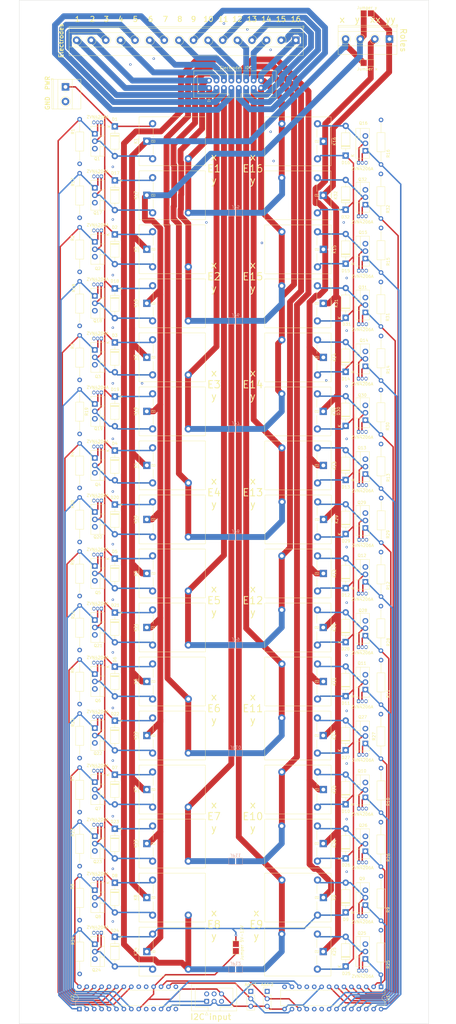
<source format=kicad_pcb>
(kicad_pcb (version 20211014) (generator pcbnew)
  (layers (0 "F.Cu" signal) (31 "B.Cu" signal) (34 "B.Paste" user) (35 "F.Paste" user) (36 "B.SilkS" user "B.Silkscreen") (37 "F.SilkS" user "F.Silkscreen") (38 "B.Mask" user) (39 "F.Mask" user) (44 "Edge.Cuts" user))
  (net 0 "")
  (net 1 "12V")
  (net 2 "Net-(D1-Pad2)")
  (net 3 "Net-(D2-Pad2)")
  (net 4 "Net-(D3-Pad2)")
  (net 5 "Net-(D4-Pad2)")
  (net 6 "Net-(D5-Pad2)")
  (net 7 "Net-(D6-Pad2)")
  (net 8 "Net-(D7-Pad2)")
  (net 9 "Net-(D8-Pad2)")
  (net 10 "Net-(D9-Pad2)")
  (net 11 "Net-(D10-Pad2)")
  (net 12 "Net-(D11-Pad2)")
  (net 13 "Net-(D12-Pad2)")
  (net 14 "Net-(D13-Pad2)")
  (net 15 "Net-(D14-Pad2)")
  (net 16 "Net-(D15-Pad2)")
  (net 17 "Net-(D16-Pad2)")
  (net 18 "GND")
  (net 19 "SCL1")
  (net 21 "SD1")
  (net 23 "+5V")
  (net 24 "Net-(D17-Pad2)")
  (net 25 "Net-(D18-Pad2)")
  (net 26 "Net-(D19-Pad2)")
  (net 27 "Net-(D20-Pad2)")
  (net 28 "Electrode 1")
  (net 29 "Electrode 2")
  (net 30 "Electrode 3")
  (net 31 "Electrode 4")
  (net 32 "Electrode 5")
  (net 33 "Electrode 6")
  (net 34 "Electrode 7")
  (net 35 "Electrode 8")
  (net 36 "Electrode 9")
  (net 37 "Electrode 10")
  (net 38 "Electrode 11")
  (net 39 "Electrode 12")
  (net 40 "Electrode 13")
  (net 41 "Electrode 14")
  (net 42 "Electrode 15")
  (net 43 "Electrode 16")
  (net 44 "Addr2")
  (net 45 "Addr1")
  (net 46 "Net-(D21-Pad2)")
  (net 47 "Net-(D22-Pad2)")
  (net 48 "Net-(D23-Pad2)")
  (net 49 "Net-(D24-Pad2)")
  (net 50 "Net-(D25-Pad2)")
  (net 51 "Net-(D26-Pad2)")
  (net 52 "Net-(D27-Pad2)")
  (net 53 "Net-(D28-Pad2)")
  (net 54 "Net-(D29-Pad2)")
  (net 55 "Net-(D30-Pad2)")
  (net 56 "Net-(D31-Pad2)")
  (net 57 "Net-(D32-Pad2)")
  (net 58 "Role x")
  (net 59 "Role y")
  (net 60 "Role xx")
  (net 61 "Role yy")
  (net 62 "E1x")
  (net 67 "E2x")
  (net 68 "E3x")
  (net 69 "E4x")
  (net 70 "E5x")
  (net 71 "E6x")
  (net 72 "E7x")
  (net 73 "E8x")
  (net 74 "E9x")
  (net 75 "E10x")
  (net 76 "E11x")
  (net 77 "E12x")
  (net 78 "E13x")
  (net 79 "E14x")
  (net 80 "E15x")
  (net 81 "E16x")
  (net 82 "E1y")
  (net 83 "E2y")
  (net 84 "E3y")
  (net 85 "E4y")
  (net 86 "E5y")
  (net 87 "E6y")
  (net 88 "E7y")
  (net 89 "E8y")
  (net 90 "E9y")
  (net 91 "E10y")
  (net 92 "E11y")
  (net 93 "E12y")
  (net 94 "E13y")
  (net 95 "E14y")
  (net 96 "E15y")
  (net 97 "E16y")
  (footprint "relay:Relay_SPDT_Omron-G5LE-1-VD" (layer "F.Cu") (at 135.025 88.266676 -90)
    (fp_text reference "K16")
    (fp_text value "G5LE-1-VD")
  )
  (footprint "Package_TO_SOT_THT:TO-92Flat" (layer "F.Cu") (at 147.06 279.7)
    (fp_text reference "ZVN4206A")
    (fp_text value "TO-92Flat")
  )
  (footprint "Package_TO_SOT_THT:TO-92Flat" (layer "F.Cu") (at 59.06 340.394 180)
    (fp_text reference "ZVN4206A")
    (fp_text value "TO-92Flat")
  )
  (footprint "Resistor_THT:R_Axial_DIN0207_L6.3mm_D2.5mm_P15.24mm_Horizontal" (layer "F.Cu") (at 51.65 228.483328 -90)
    (fp_text reference "R5")
    (fp_text value "100k")
  )
  (footprint "relay:Relay_SPDT_Omron-G5LE-1-VD" (layer "F.Cu") (at 74.61625 328.361658 90)
    (fp_text reference "K23")
    (fp_text value "G5LE-1-VD")
  )
  (footprint "relay:Relay_SPDT_Omron-G5LE-1-VD" (layer "F.Cu") (at 135.025 236.016892 -90)
    (fp_text reference "K12")
    (fp_text value "G5LE-1-VD")
  )
  (footprint "Connector_PinHeader_2.54mm:PinHeader_1x03_P2.54mm_Vertical" (layer "F.Cu") (at 110.200625 378.895)
    (fp_text reference "Addr1")
    (fp_text value "Addr 1")
  )
  (footprint "relay:Relay_SPDT_Omron-G5LE-1-VD" (layer "F.Cu") (at 74.61625 88.23 90)
    (fp_text reference "K1")
    (fp_text value "G5LE-1-VD")
  )
  (footprint "Package_TO_SOT_THT:TO-220-3_Vertical" (layer "F.Cu") (at 56.845 141.104998 -90)
    (fp_text reference "Q18")
    (fp_text value "STP16NF06L")
  )
  (footprint "Package_TO_SOT_THT:TO-92Flat" (layer "F.Cu") (at 147.16 150.8)
    (fp_text reference "ZVN4206A")
    (fp_text value "TO-92Flat")
  )
  (footprint "Diode_THT:D_DO-41_SOD81_P10.16mm_Horizontal" (layer "F.Cu") (at 142.66375 296.449886 90)
    (fp_text reference "D27")
    (fp_text value "1N_E4007")
  )
  (footprint "MountingHole:MountingHole_3.2mm_M3_ISO7380" (layer "F.Cu") (at 167.4 385.1)
    (fp_text reference "REF**" hide)
    (fp_text value "MountingHole_3.2mm_M3_ISO7380")
  )
  (footprint "Resistor_THT:R_Axial_DIN0207_L6.3mm_D2.5mm_P15.24mm_Horizontal" (layer "F.Cu") (at 154.74875 133.12423 90)
    (fp_text reference "R15")
    (fp_text value "100k")
  )
  (footprint "Diode_THT:D_DO-41_SOD81_P10.16mm_Horizontal" (layer "F.Cu") (at 63.685 138.564998 -90)
    (fp_text reference "D18")
    (fp_text value "1N_E4007")
  )
  (footprint "Connector_PinHeader_2.54mm:PinHeader_1x03_P2.54mm_Vertical" (layer "F.Cu") (at 115.800625 378.895)
    (fp_text reference "Addr2")
    (fp_text value "Addr 2")
  )
  (footprint "Diode_THT:D_DO-41_SOD81_P10.16mm_Horizontal" (layer "F.Cu") (at 63.685 286.338326 -90)
    (fp_text reference "D22")
    (fp_text value "1N_E4007")
  )
  (footprint "Package_TO_SOT_THT:TO-220-3_Vertical" (layer "F.Cu") (at 56.845 159.576664 -90)
    (fp_text reference "Q3")
    (fp_text value "STP16NF06L")
  )
  (footprint "Package_TO_SOT_THT:TO-220-3_Vertical" (layer "F.Cu") (at 149.398751 367.815795 90)
    (fp_text reference "Q25")
    (fp_text value "STP16NF06L")
  )
  (footprint "Package_TO_SOT_THT:TO-220-3_Vertical" (layer "F.Cu") (at 149.398751 183.610162 90)
    (fp_text reference "Q30")
    (fp_text value "STP16NF06L")
  )
  (footprint "Package_TO_SOT_THT:TO-92Flat" (layer "F.Cu") (at 147.16 132.5)
    (fp_text reference "ZVN4206A")
    (fp_text value "TO-92Flat")
  )
  (footprint "Package_TO_SOT_THT:TO-220-3_Vertical" (layer "F.Cu") (at 149.398751 128.348476 90)
    (fp_text reference "Q15")
    (fp_text value "STP16NF06L")
  )
  (footprint "Resistor_THT:R_Axial_DIN0207_L6.3mm_D2.5mm_P15.24mm_Horizontal" (layer "F.Cu") (at 154.70875 373.218334 90)
    (fp_text reference "R25")
    (fp_text value "100k")
  )
  (footprint "relay:Relay_SPDT_Omron-G5LE-1-VD" (layer "F.Cu") (at 74.61625 365.305 90)
    (fp_text reference "K24")
    (fp_text value "G5LE-1-VD")
  )
  (footprint "Package_TO_SOT_THT:TO-92Flat" (layer "F.Cu") (at 59.06 192.626 180)
    (fp_text reference "ZVN4206A")
    (fp_text value "TO-92Flat")
  )
  (footprint "Package_TO_SOT_THT:TO-220-3_Vertical" (layer "F.Cu") (at 149.398751 146.769038 90)
    (fp_text reference "Q31")
    (fp_text value "STP16NF06L")
  )
  (footprint "MountingHole:MountingHole_3.2mm_M3_ISO7380" (layer "F.Cu") (at 167.4 345.1)
    (fp_text reference "REF**" hide)
    (fp_text value "MountingHole_3.2mm_M3_ISO7380")
  )
  (footprint "Package_TO_SOT_THT:TO-92Flat" (layer "F.Cu") (at 59.06 118.742 180)
    (fp_text reference "ZVN4206A")
    (fp_text value "TO-92Flat")
  )
  (footprint "Diode_THT:D_DO-41_SOD81_P10.16mm_Horizontal" (layer "F.Cu") (at 142.66375 93.146676 90)
    (fp_text reference "D16")
    (fp_text value "1N_E4007")
  )
  (footprint "Package_TO_SOT_THT:TO-220-3_Vertical" (layer "F.Cu") (at 56.845 325.821658 -90)
    (fp_text reference "Q23")
    (fp_text value "STP16NF06L")
  )
  (footprint "Package_TO_SOT_THT:TO-220-3_Vertical" (layer "F.Cu") (at 56.845 288.878326 -90)
    (fp_text reference "Q22")
    (fp_text value "STP16NF06L")
  )
  (footprint "Package_DIP:DIP-28_W7.62mm" (layer "F.Cu") (at 51.54375 384.935 90)
    (fp_text reference "U2")
    (fp_text value "MCP23017_SP")
  )
  (footprint "Diode_THT:D_DO-41_SOD81_P10.16mm_Horizontal" (layer "F.Cu") (at 63.685 101.621666 -90)
    (fp_text reference "D17")
    (fp_text value "1N_E4007")
  )
  (footprint "relay:Relay_SPDT_Omron-G5LE-1-VD" (layer "F.Cu") (at 134.985 365.298334 -90)
    (fp_text reference "K25")
    (fp_text value "G5LE-1-VD")
  )
  (footprint "Package_TO_SOT_THT:TO-92Flat" (layer "F.Cu") (at 59.06 100.271 180)
    (fp_text reference "ZVN4206A")
    (fp_text value "TO-92Flat")
  )
  (footprint "Diode_THT:D_DO-41_SOD81_P10.16mm_Horizontal" (layer "F.Cu") (at 142.66375 277.967776 90)
    (fp_text reference "D11")
    (fp_text value "1N_E4007")
  )
  (footprint "MountingHole:MountingHole_3.2mm_M3_ISO7380" (layer "F.Cu") (at 37.4 385.1)
    (fp_text reference "REF**" hide)
    (fp_text value "MountingHole_3.2mm_M3_ISO7380")
  )
  (footprint "Diode_THT:D_DO-41_SOD81_P10.16mm_Horizontal" (layer "F.Cu") (at 63.685 120.093332 -90)
    (fp_text reference "D2")
    (fp_text value "1N_E4007")
  )
  (footprint "Diode_THT:D_DO-41_SOD81_P10.16mm_Horizontal" (layer "F.Cu") (at 142.66375 259.485666 90)
    (fp_text reference "D28")
    (fp_text value "1N_E4007")
  )
  (footprint "Diode_THT:D_DO-41_SOD81_P10.16mm_Horizontal" (layer "F.Cu") (at 142.66375 111.628786 90)
    (fp_text reference "D32")
    (fp_text value "1N_E4007")
  )
  (footprint "MountingHole:MountingHole_3.2mm_M3_ISO7380" (layer "F.Cu") (at 37.4 195.1)
    (fp_text reference "REF**" hide)
    (fp_text value "MountingHole_3.2mm_M3_ISO7380")
  )
  (footprint "Diode_THT:D_DO-41_SOD81_P10.16mm_Horizontal" (layer "F.Cu") (at 63.685 360.225 -90)
    (fp_text reference "D24")
    (fp_text value "1N_E4007")
  )
  (footprint "relay:Relay_SPDT_Omron-G5LE-1-VD" (layer "F.Cu") (at 74.61625 272.94666 90)
    (fp_text reference "K6")
    (fp_text value "G5LE-1-VD")
  )
  (footprint "Package_TO_SOT_THT:TO-220-3_Vertical" (layer "F.Cu") (at 149.398751 294.133534 90)
    (fp_text reference "Q27")
    (fp_text value "STP16NF06L")
  )
  (footprint "Package_TO_SOT_THT:TO-92Flat" (layer "F.Cu") (at 59.06 248.039 180)
    (fp_text reference "ZVN4206A")
    (fp_text value "TO-92Flat")
  )
  (footprint "Package_TO_SOT_THT:TO-220-3_Vertical" (layer "F.Cu") (at 56.845 122.633332 -90)
    (fp_text reference "Q2")
    (fp_text value "STP16NF06L")
  )
  (footprint "Resistor_THT:R_Axial_DIN0207_L6.3mm_D2.5mm_P15.24mm_Horizontal" (layer "F.Cu") (at 154.74875 96.186676 90)
    (fp_text reference "R16")
    (fp_text value "100k")
  )
  (footprint "Package_DIP:DIP-28_W7.62mm" (layer "F.Cu") (at 154.7575 377.335 -90)
    (fp_text reference "U1")
    (fp_text value "MCP23017_SP")
  )
  (footprint "relay:Relay_SPDT_Omron-G5LE-1-VD" (layer "F.Cu") (at 134.985 328.360777 -90)
    (fp_text reference "K26")
    (fp_text value "G5LE-1-VD")
  )
  (footprint "Package_TO_SOT_THT:TO-92Flat" (layer "F.Cu") (at 59.06 174.155 180)
    (fp_text reference "ZVN4206A")
    (fp_text value "TO-92Flat")
  )
  (footprint "Diode_THT:D_DO-41_SOD81_P10.16mm_Horizontal" (layer "F.Cu") (at 142.66375 130.110896 90)
    (fp_text reference "D15")
    (fp_text value "1N_E4007")
  )
  (footprint "Diode_THT:D_DO-41_SOD81_P10.16mm_Horizontal" (layer "F.Cu") (at 142.66375 333.414106 90)
    (fp_text reference "D26")
    (fp_text value "1N_E4007")
  )
  (footprint "Resistor_THT:R_Axial_DIN0207_L6.3mm_D2.5mm_P15.24mm_Horizontal" (layer "F.Cu") (at 51.65 302.369992 -90)
    (fp_text reference "R7")
    (fp_text value "100k")
  )
  (footprint "Package_TO_SOT_THT:TO-220-3_Vertical" (layer "F.Cu") (at 56.845 214.991662 -90)
    (fp_text reference "Q20")
    (fp_text value "STP16NF06L")
  )
  (footprint "Diode_THT:D_DO-41_SOD81_P10.16mm_Horizontal" (layer "F.Cu") (at 63.685 175.50833 -90)
    (fp_text reference "D19")
    (fp_text value "1N_E4007")
  )
  (footprint "Package_TO_SOT_THT:TO-220-3_Vertical" (layer "F.Cu") (at 56.845 362.765 -90)
    (fp_text reference "Q24")
    (fp_text value "STP16NF06L")
  )
  (footprint "relay:Relay_SPDT_Omron-G5LE-1-VD" (layer "F.Cu") (at 74.61625 309.889992 90)
    (fp_text reference "K7")
    (fp_text value "G5LE-1-VD")
  )
  (footprint "Resistor_THT:R_Axial_DIN0207_L6.3mm_D2.5mm_P15.24mm_Horizontal" (layer "F.Cu") (at 154.74875 170.061784 90)
    (fp_text reference "R14")
    (fp_text value "100k")
  )
  (footprint "Package_TO_SOT_THT:TO-220-3_Vertical" (layer "F.Cu") (at 56.845 307.349992 -90)
    (fp_text reference "Q7")
    (fp_text value "STP16NF06L")
  )
  (footprint "Resistor_THT:R_Axial_DIN0207_L6.3mm_D2.5mm_P15.24mm_Horizontal" (layer "F.Cu") (at 154.70875 151.593007 90)
    (fp_text reference "R31")
    (fp_text value "100k")
  )
  (footprint "Diode_THT:D_DO-41_SOD81_P10.16mm_Horizontal" (layer "F.Cu") (at 63.685 341.753324 -90)
    (fp_text reference "D8")
    (fp_text value "1N_E4007")
  )
  (footprint "Package_TO_SOT_THT:TO-92Flat" (layer "F.Cu") (at 147.26 298)
    (fp_text reference "ZVN4206A")
    (fp_text value "TO-92Flat")
  )
  (footprint "Package_TO_SOT_THT:TO-220-3_Vertical" (layer "F.Cu") (at 149.398751 91.507352 90)
    (fp_text reference "Q16")
    (fp_text value "STP16NF06L")
  )
  (footprint "MountingHole:MountingHole_3.2mm_M3_ISO7380" (layer "F.Cu") (at 167.4 195.1)
    (fp_text reference "REF**" hide)
    (fp_text value "MountingHole_3.2mm_M3_ISO7380")
  )
  (footprint "Solder_jumper:Soder_jumper" (layer "F.Cu") (at 104.9 363.9 90)
    (fp_text reference "Jumper 5V-12V")
    (fp_text value "SolderJumper_2_Open")
  )
  (footprint "Resistor_THT:R_Axial_DIN0207_L6.3mm_D2.5mm_P15.24mm_Horizontal" (layer "F.Cu") (at 154.70875 262.405669 90)
    (fp_text reference "R28")
    (fp_text value "100k")
  )
  (footprint "Diode_THT:D_DO-41_SOD81_P10.16mm_Horizontal" (layer "F.Cu") (at 142.66375 185.557226 90)
    (fp_text reference "D30")
    (fp_text value "1N_E4007")
  )
  (footprint "Diode_THT:D_DO-41_SOD81_P10.16mm_Horizontal" (layer "F.Cu") (at 142.66375 351.896216 90)
    (fp_text reference "D9")
    (fp_text value "1N_E4007")
  )
  (footprint "relay:Relay_SPDT_Omron-G5LE-1-VD" (layer "F.Cu") (at 74.61625 180.58833 90)
    (fp_text reference "K19")
    (fp_text value "G5LE-1-VD")
  )
  (footprint "Connector_IDC:IDC-Header_2x08_P2.54mm_Vertical" (layer "F.Cu") (at 95.9 70 90)
    (fp_text reference "Electrodes IDC")
    (fp_text value "Conn_02x08_Odd_Even")
  )
  (footprint "relay:Relay_SPDT_Omron-G5LE-1-VD" (layer "F.Cu") (at 135.025 125.20423 -90)
    (fp_text reference "K15")
    (fp_text value "G5LE-1-VD")
  )
  (footprint "Diode_THT:D_DO-41_SOD81_P10.16mm_Horizontal" (layer "F.Cu") (at 142.66375 148.593006 90)
    (fp_text reference "D31")
    (fp_text value "1N_E4007")
  )
  (footprint "Resistor_THT:R_Axial_DIN0207_L6.3mm_D2.5mm_P15.24mm_Horizontal" (layer "F.Cu") (at 154.70875 114.655453 90)
    (fp_text reference "R32")
    (fp_text value "100k")
  )
  (footprint "TerminalBlock_Phoenix:TerminalBlock_Phoenix_MKDS-1,5-16_1x16_P5.00mm_Horizontal" (layer "F.Cu") (at 125.6 53.7 180)
    (fp_text reference "Electrodes")
    (fp_text value "Screw_Terminal_01x16")
  )
  (footprint "Package_TO_SOT_THT:TO-220-3_Vertical" (layer "F.Cu") (at 149.398751 220.451286 90)
    (fp_text reference "Q29")
    (fp_text value "STP16NF06L")
  )
  (footprint "Solder_jumper:Soder_jumper" (layer "F.Cu") (at 150.035 44.32)
    (fp_text reference "Jumper y")
    (fp_text value "SolderJumper_2_Open")
  )
  (footprint "Diode_THT:D_DO-41_SOD81_P10.16mm_Horizontal" (layer "F.Cu") (at 63.685 193.979996 -90)
    (fp_text reference "D4")
    (fp_text value "1N_E4007")
  )
  (footprint "MountingHole:MountingHole_3.2mm_M3_ISO7380" (layer "F.Cu") (at 37.4 85.1)
    (fp_text reference "REF**" hide)
    (fp_text value "MountingHole_3.2mm_M3_ISO7380")
  )
  (footprint "Package_TO_SOT_THT:TO-92Flat" (layer "F.Cu") (at 59.06 284.981 180)
    (fp_text reference "ZVN4206A")
    (fp_text value "TO-92Flat")
  )
  (footprint "Package_TO_SOT_THT:TO-92Flat" (layer "F.Cu") (at 59.06 211.097 180)
    (fp_text reference "ZVN4206A")
    (fp_text value "TO-92Flat")
  )
  (footprint "MountingHole:MountingHole_3.2mm_M3_ISO7380" (layer "F.Cu") (at 167.4 45.1)
    (fp_text reference "REF**" hide)
    (fp_text value "MountingHole_3.2mm_M3_ISO7380")
  )
  (footprint "relay:Relay_SPDT_Omron-G5LE-1-VD" (layer "F.Cu") (at 134.985 143.673007 -90)
    (fp_text reference "K31")
    (fp_text value "G5LE-1-VD")
  )
  (footprint "Resistor_THT:R_Axial_DIN0207_L6.3mm_D2.5mm_P15.24mm_Horizontal" (layer "F.Cu") (at 51.65 80.71 -90)
    (fp_text reference "R1")
    (fp_text value "100k")
  )
  (footprint "Resistor_THT:R_Axial_DIN0207_L6.3mm_D2.5mm_P15.24mm_Horizontal" (layer "F.Cu") (at 154.748751 354.749554 90)
    (fp_text reference "R9")
    (fp_text value "100k")
  )
  (footprint "Resistor_THT:R_Axial_DIN0207_L6.3mm_D2.5mm_P15.24mm_Horizontal" (layer "F.Cu") (at 51.65 320.841658 -90)
    (fp_text reference "R23")
    (fp_text value "100k")
  )
  (footprint "Package_TO_SOT_THT:TO-220-3_Vertical" (layer "F.Cu") (at 56.845 104.161666 -90)
    (fp_text reference "Q17")
    (fp_text value "STP16NF06L")
  )
  (footprint "Diode_THT:D_DO-41_SOD81_P10.16mm_Horizontal" (layer "F.Cu") (at 63.685 157.036664 -90)
    (fp_text reference "D3")
    (fp_text value "1N_E4007")
  )
  (footprint "TerminalBlock_Phoenix:TerminalBlock_Phoenix_MKDS-1,5-2_1x02_P5.00mm_Horizontal" (layer "F.Cu") (at 46.8 69.65 -90)
    (fp_text reference "GND  PWR")
    (fp_text value "Relays Pwr")
  )
  (footprint "Package_TO_SOT_THT:TO-92Flat" (layer "F.Cu") (at 147.16 205.8)
    (fp_text reference "ZVN4206A")
    (fp_text value "TO-92Flat")
  )
  (footprint "relay:Relay_SPDT_Omron-G5LE-1-VD" (layer "F.Cu") (at 135.025 199.079338 -90)
    (fp_text reference "K13")
    (fp_text value "G5LE-1-VD")
  )
  (footprint "Resistor_THT:R_Axial_DIN0207_L6.3mm_D2.5mm_P15.24mm_Horizontal" (layer "F.Cu") (at 154.70875 336.280777 90)
    (fp_text reference "R26")
    (fp_text value "100k")
  )
  (footprint "Package_TO_SOT_THT:TO-92Flat" (layer "F.Cu") (at 147.06 187.6)
    (fp_text reference "ZVN4206A")
    (fp_text value "TO-92Flat")
  )
  (footprint "relay:Relay_SPDT_Omron-G5LE-1-VD" (layer "F.Cu") (at 74.61625 346.833324 90)
    (fp_text reference "K8")
    (fp_text value "G5LE-1-VD")
  )
  (footprint "Package_TO_SOT_THT:TO-220-3_Vertical" (layer "F.Cu") (at 149.398751 257.29241 90)
    (fp_text reference "Q28")
    (fp_text value "STP16NF06L")
  )
  (footprint "Package_TO_SOT_THT:TO-92Flat" (layer "F.Cu") (at 147.06 95.6)
    (fp_text reference "ZVN4206A")
    (fp_text value "TO-92Flat")
  )
  (footprint "Resistor_THT:R_Axial_DIN0207_L6.3mm_D2.5mm_P15.24mm_Horizontal" (layer "F.Cu") (at 154.748751 317.812 90)
    (fp_text reference "R10")
    (fp_text value "100k")
  )
  (footprint "Package_TO_SOT_THT:TO-220-3_Vertical" (layer "F.Cu") (at 149.398751 165.1896 90)
    (fp_text reference "Q14")
    (fp_text value "STP16NF06L")
  )
  (footprint "relay:Relay_SPDT_Omron-G5LE-1-VD" (layer "F.Cu") (at 74.61625 291.418326 90)
    (fp_text reference "K22")
    (fp_text value "G5LE-1-VD")
  )
  (footprint "Diode_THT:D_DO-41_SOD81_P10.16mm_Horizontal" (layer "F.Cu") (at 63.685 249.394994 -90)
    (fp_text reference "D21")
    (fp_text value "1N_E4007")
  )
  (footprint "Package_TO_SOT_THT:TO-220-3_Vertical" (layer "F.Cu") (at 56.845 85.69 -90)
    (fp_text reference "Q1")
    (fp_text value "STP16NF06L")
  )
  (footprint "Package_TO_SOT_THT:TO-92Flat" (layer "F.Cu") (at 147.06 169.4)
    (fp_text reference "ZVN4206A")
    (fp_text value "TO-92Flat")
  )
  (footprint "Resistor_THT:R_Axial_DIN0207_L6.3mm_D2.5mm_P15.24mm_Horizontal" (layer "F.Cu") (at 154.70875 299.343223 90)
    (fp_text reference "R27")
    (fp_text value "100k")
  )
  (footprint "Resistor_THT:R_Axial_DIN0207_L6.3mm_D2.5mm_P15.24mm_Horizontal" (layer "F.Cu") (at 51.65 191.539996 -90)
    (fp_text reference "R4")
    (fp_text value "100k")
  )
  (footprint "relay:Relay_SPDT_Omron-G5LE-1-VD" (layer "F.Cu") (at 135.025001 346.829554 -90)
    (fp_text reference "K9")
    (fp_text value "G5LE-1-VD")
  )
  (footprint "Package_TO_SOT_THT:TO-92Flat" (layer "F.Cu") (at 59.06 303.452 180)
    (fp_text reference "ZVN4206A")
    (fp_text value "TO-92Flat")
  )
  (footprint "MountingHole:MountingHole_3.2mm_M3_ISO7380" (layer "F.Cu") (at 37.4 345.1)
    (fp_text reference "REF**" hide)
    (fp_text value "MountingHole_3.2mm_M3_ISO7380")
  )
  (footprint "Package_TO_SOT_THT:TO-92Flat" (layer "F.Cu") (at 147.06 242.9)
    (fp_text reference "ZVN4206A")
    (fp_text value "TO-92Flat")
  )
  (footprint "relay:Relay_SPDT_Omron-G5LE-1-VD" (layer "F.Cu") (at 135.025001 309.892 -90)
    (fp_text reference "K10")
    (fp_text value "G5LE-1-VD")
  )
  (footprint "Package_TO_SOT_THT:TO-92Flat" (layer "F.Cu") (at 147.26 224.5)
    (fp_text reference "ZVN4206A")
    (fp_text value "TO-92Flat")
  )
  (footprint "Resistor_THT:R_Axial_DIN0207_L6.3mm_D2.5mm_P15.24mm_Horizontal" (layer "F.Cu") (at 51.65 173.06833 -90)
    (fp_text reference "R19")
    (fp_text value "100k")
  )
  (footprint "Package_TO_SOT_THT:TO-220-3_Vertical" (layer "F.Cu") (at 149.398751 109.927914 90)
    (fp_text reference "Q32")
    (fp_text value "STP16NF06L")
  )
  (footprint "Package_TO_SOT_THT:TO-220-3_Vertical" (layer "F.Cu") (at 56.845 196.519996 -90)
    (fp_text reference "Q4")
    (fp_text value "STP16NF06L")
  )
  (footprint "Resistor_THT:R_Axial_DIN0207_L6.3mm_D2.5mm_P15.24mm_Horizontal" (layer "F.Cu") (at 154.70875 188.530561 90)
    (fp_text reference "R30")
    (fp_text value "100k")
  )
  (footprint "Package_TO_SOT_THT:TO-92Flat" (layer "F.Cu") (at 147.16 334.8)
    (fp_text reference "ZVN4206A")
    (fp_text value "TO-92Flat")
  )
  (footprint "Diode_THT:D_DO-41_SOD81_P10.16mm_Horizontal" (layer "F.Cu") (at 63.685 267.86666 -90)
    (fp_text reference "D6")
    (fp_text value "1N_E4007")
  )
  (footprint "Resistor_THT:R_Axial_DIN0207_L6.3mm_D2.5mm_P15.24mm_Horizontal" (layer "F.Cu") (at 154.74875 243.936892 90)
    (fp_text reference "R12")
    (fp_text value "100k")
  )
  (footprint "MountingHole:MountingHole_3.2mm_M3_ISO7380" (layer "F.Cu") (at 37.4 235.1)
    (fp_text reference "REF**" hide)
    (fp_text value "MountingHole_3.2mm_M3_ISO7380")
  )
  (footprint "Package_TO_SOT_THT:TO-92Flat" (layer "F.Cu") (at 59.06 358.865 180)
    (fp_text reference "ZVN4206A")
    (fp_text value "TO-92Flat")
  )
  (footprint "Package_TO_SOT_THT:TO-92Flat" (layer "F.Cu") (at 59.06 266.51 180)
    (fp_text reference "ZVN4206A")
    (fp_text value "TO-92Flat")
  )
  (footprint "Package_TO_SOT_THT:TO-92Flat" (layer "F.Cu") (at 147.06 113.9)
    (fp_text reference "ZVN4206A")
    (fp_text value "TO-92Flat")
  )
  (footprint "MountingHole:MountingHole_3.2mm_M3_ISO7380" (layer "F.Cu") (at 167.4 235.1)
    (fp_text reference "REF**" hide)
    (fp_text value "MountingHole_3.2mm_M3_ISO7380")
  )
  (footprint "Package_TO_SOT_THT:TO-92Flat" (layer "F.Cu") (at 147.1 353.2)
    (fp_text reference "ZVN4206A")
    (fp_text value "TO-92Flat")
  )
  (footprint "TerminalBlock_Phoenix:TerminalBlock_Phoenix_MKDS-1,5-4_1x04_P5.00mm_Horizontal" (layer "F.Cu") (at 157.635 53.3 180)
    (fp_text reference "x  y  xx yy")
    (fp_text value "Screw_Terminal_01x04")
  )
  (footprint "Diode_THT:D_DO-41_SOD81_P10.16mm_Horizontal" (layer "F.Cu") (at 142.66375 167.075116 90)
    (fp_text reference "D14")
    (fp_text value "1N_E4007")
  )
  (footprint "Diode_THT:D_DO-41_SOD81_P10.16mm_Horizontal" (layer "F.Cu") (at 142.66375 222.521446 90)
    (fp_text reference "D29")
    (fp_text value "1N_E4007")
  )
  (footprint "Resistor_THT:R_Axial_DIN0207_L6.3mm_D2.5mm_P15.24mm_Horizontal" (layer "F.Cu") (at 154.80875 225.468115 90)
    (fp_text reference "R29")
    (fp_text value "100k")
  )
  (footprint "relay:Relay_SPDT_Omron-G5LE-1-VD" (layer "F.Cu") (at 74.61625 217.531662 90)
    (fp_text reference "K20")
    (fp_text value "G5LE-1-VD")
  )
  (footprint "Resistor_THT:R_Axial_DIN0207_L6.3mm_D2.5mm_P15.24mm_Horizontal" (layer "F.Cu") (at 51.65 136.124998 -90)
    (fp_text reference "R18")
    (fp_text value "100k")
  )
  (footprint "relay:Relay_SPDT_Omron-G5LE-1-VD" (layer "F.Cu") (at 74.61625 106.701666 90)
    (fp_text reference "K17")
    (fp_text value "G5LE-1-VD")
  )
  (footprint "relay:Relay_SPDT_Omron-G5LE-1-VD" (layer "F.Cu") (at 134.985 106.735453 -90)
    (fp_text reference "K32")
    (fp_text value "G5LE-1-VD")
  )
  (footprint "Resistor_THT:R_Axial_DIN0207_L6.3mm_D2.5mm_P15.24mm_Horizontal" (layer "F.Cu") (at 51.65 117.653332 -90)
    (fp_text reference "R2")
    (fp_text value "100k")
  )
  (footprint "Package_TO_SOT_THT:TO-220-3_Vertical" (layer "F.Cu") (at 149.398751 238.871848 90)
    (fp_text reference "Q12")
    (fp_text value "STP16NF06L")
  )
  (footprint "Package_TO_SOT_THT:TO-92Flat" (layer "F.Cu") (at 147.16 316.4)
    (fp_text reference "ZVN4206A")
    (fp_text value "TO-92Flat")
  )
  (footprint "relay:Relay_SPDT_Omron-G5LE-1-VD" (layer "F.Cu") (at 135.025001 272.954446 -90)
    (fp_text reference "K11")
    (fp_text value "G5LE-1-VD")
  )
  (footprint "relay:Relay_SPDT_Omron-G5LE-1-VD" (layer "F.Cu") (at 134.985 254.485669 -90)
    (fp_text reference "K28")
    (fp_text value "G5LE-1-VD")
  )
  (footprint "Package_TO_SOT_THT:TO-92Flat" (layer "F.Cu") (at 59.06 229.568 180)
    (fp_text reference "ZVN4206A")
    (fp_text value "TO-92Flat")
  )
  (footprint "relay:Relay_SPDT_Omron-G5LE-1-VD" (layer "F.Cu") (at 74.61625 125.173332 90)
    (fp_text reference "K2")
    (fp_text value "G5LE-1-VD")
  )
  (footprint "Package_TO_SOT_THT:TO-92Flat" (layer "F.Cu") (at 59.06 81.8 180)
    (fp_text reference "ZVN4206A")
    (fp_text value "TO-92Flat")
  )
  (footprint "Package_TO_SOT_THT:TO-220-3_Vertical" (layer "F.Cu") (at 149.398751 349.39522 90)
    (fp_text reference "Q9")
    (fp_text value "STP16NF06L")
  )
  (footprint "Resistor_THT:R_Axial_DIN0207_L6.3mm_D2.5mm_P15.24mm_Horizontal" (layer "F.Cu") (at 154.748751 280.874446 90)
    (fp_text reference "R11")
    (fp_text value "100k")
  )
  (footprint "Diode_THT:D_DO-41_SOD81_P10.16mm_Horizontal" (layer "F.Cu") (at 63.685 304.809992 -90)
    (fp_text reference "D7")
    (fp_text value "1N_E4007")
  )
  (footprint "Resistor_THT:R_Axial_DIN0207_L6.3mm_D2.5mm_P15.24mm_Horizontal" (layer "F.Cu") (at 51.65 339.313324 -90)
    (fp_text reference "R8")
    (fp_text value "100k")
  )
  (footprint "Resistor_THT:R_Axial_DIN0207_L6.3mm_D2.5mm_P15.24mm_Horizontal" (layer "F.Cu") (at 51.65 357.685 -90)
    (fp_text reference "R24")
    (fp_text value "100k")
  )
  (footprint "Resistor_THT:R_Axial_DIN0207_L6.3mm_D2.5mm_P15.24mm_Horizontal" (layer "F.Cu") (at 51.65 246.954994 -90)
    (fp_text reference "R21")
    (fp_text value "100k")
  )
  (footprint "Diode_THT:D_DO-41_SOD81_P10.16mm_Horizontal" (layer "F.Cu") (at 63.685 230.923328 -90)
    (fp_text reference "D5")
    (fp_text value "1N_E4007")
  )
  (footprint "Package_TO_SOT_THT:TO-220-3_Vertical" (layer "F.Cu") (at 149.398751 330.974658 90)
    (fp_text reference "Q26")
    (fp_text value "STP16NF06L")
  )
  (footprint "Solder_jumper:Soder_jumper" (layer "F.Cu") (at 150.035 61.27)
    (fp_text reference "Jumper x")
    (fp_text value "SolderJumper_2_Open")
  )
  (footprint "Package_TO_SOT_THT:TO-220-3_Vertical" (layer "F.Cu") (at 149.398751 202.030724 90)
    (fp_text reference "Q13")
    (fp_text value "STP16NF06L")
  )
  (footprint "relay:Relay_SPDT_Omron-G5LE-1-VD" (layer "F.Cu") (at 74.61625 236.003328 90)
    (fp_text reference "K5")
    (fp_text value "G5LE-1-VD")
  )
  (footprint "Package_TO_SOT_THT:TO-92Flat" (layer "F.Cu") (at 147.2 371.8)
    (fp_text reference "ZVN4206A")
    (fp_text value "TO-92Flat")
  )
  (footprint "relay:Relay_SPDT_Omron-G5LE-1-VD" (layer "F.Cu") (at 74.61625 254.474994 90)
    (fp_text reference "K21")
    (fp_text value "G5LE-1-VD")
  )
  (footprint "MountingHole:MountingHole_3.2mm_M3_ISO7380" (layer "F.Cu") (at 167.4 85.1)
    (fp_text reference "REF**" hide)
    (fp_text value "MountingHole_3.2mm_M3_ISO7380")
  )
  (footprint "Resistor_THT:R_Axial_DIN0207_L6.3mm_D2.5mm_P15.24mm_Horizontal" (layer "F.Cu") (at 51.65 283.898326 -90)
    (fp_text reference "R22")
    (fp_text value "100k")
  )
  (footprint "Resistor_THT:R_Axial_DIN0207_L6.3mm_D2.5mm_P15.24mm_Horizontal" (layer "F.Cu") (at 51.65 210.011662 -90)
    (fp_text reference "R20")
    (fp_text value "100k")
  )
  (footprint "MountingHole:MountingHole_3.2mm_M3_ISO7380" (layer "F.Cu") (at 37.4 45.1)
    (fp_text reference "REF**" hide)
    (fp_text value "MountingHole_3.2mm_M3_ISO7380")
  )
  (footprint "Resistor_THT:R_Axial_DIN0207_L6.3mm_D2.5mm_P15.24mm_Horizontal" (layer "F.Cu") (at 51.65 265.42666 -90)
    (fp_text reference "R6")
    (fp_text value "100k")
  )
  (footprint "Package_TO_SOT_THT:TO-220-3_Vertical" (layer "F.Cu") (at 149.398751 312.554096 90)
    (fp_text reference "Q10")
    (fp_text value "STP16NF06L")
  )
  (footprint "Diode_THT:D_DO-41_SOD81_P10.16mm_Horizontal" (layer "F.Cu") (at 63.685 323.281658 -90)
    (fp_text reference "D23")
    (fp_text value "1N_E4007")
  )
  (footprint "relay:Relay_SPDT_Omron-G5LE-1-VD" (layer "F.Cu") (at 74.61625 199.059996 90)
    (fp_text reference "K4")
    (fp_text value "G5LE-1-VD")
  )
  (footprint "relay:Relay_SPDT_Omron-G5LE-1-VD" (layer "F.Cu") (at 135.085 217.548115 -90)
    (fp_text reference "K29")
    (fp_text value "G5LE-1-VD")
  )
  (footprint "Diode_THT:D_DO-41_SOD81_P10.16mm_Horizontal" (layer "F.Cu") (at 142.66375 204.039336 90)
    (fp_text reference "D13")
    (fp_text value "1N_E4007")
  )
  (footprint "relay:Relay_SPDT_Omron-G5LE-1-VD" (layer "F.Cu") (at 74.61625 162.116664 90)
    (fp_text reference "K3")
    (fp_text value "G5LE-1-VD")
  )
  (footprint "Resistor_THT:R_Axial_DIN0207_L6.3mm_D2.5mm_P15.24mm_Horizontal" (layer "F.Cu") (at 51.65 99.181666 -90)
    (fp_text reference "R17")
    (fp_text value "100k")
  )
  (footprint "Package_TO_SOT_THT:TO-220-3_Vertical" (layer "F.Cu") (at 56.845 344.293324 -90)
    (fp_text reference "Q8")
    (fp_text value "STP16NF06L")
  )
  (footprint "Diode_THT:D_DO-41_SOD81_P10.16mm_Horizontal" (layer "F.Cu") (at 63.685 212.451662 -90)
    (fp_text reference "D20")
    (fp_text value "1N_E4007")
  )
  (footprint "Package_TO_SOT_THT:TO-92Flat" (layer "F.Cu") (at 147.06 261.2)
    (fp_text reference "ZVN4206A")
    (fp_text value "TO-92Flat")
  )
  (footprint "Package_TO_SOT_THT:TO-92Flat" (layer "F.Cu") (at 59.06 321.923 180)
    (fp_text reference "ZVN4206A")
    (fp_text value "TO-92Flat")
  )
  (footprint "Connector_IDC:IDC-Header_2x03_P2.54mm_Vertical" (layer "F.Cu") (at 95.1 382.3 90)
    (fp_text reference "I2C input")
    (fp_text value "I2C")
  )
  (footprint "relay:Relay_SPDT_Omron-G5LE-1-VD" (layer "F.Cu") (at 134.985 291.423223 -90)
    (fp_text reference "K27")
    (fp_text value "G5LE-1-VD")
  )
  (footprint "Resistor_THT:R_Axial_DIN0207_L6.3mm_D2.5mm_P15.24mm_Horizontal" (layer "F.Cu") (at 154.74875 206.999338 90)
    (fp_text reference "R13")
    (fp_text value "100k")
  )
  (footprint "Package_TO_SOT_THT:TO-220-3_Vertical" (layer "F.Cu") (at 56.845 270.40666 -90)
    (fp_text reference "Q6")
    (fp_text value "STP16NF06L")
  )
  (footprint "Package_TO_SOT_THT:TO-220-3_Vertical" (layer "F.Cu") (at 56.845 251.934994 -90)
    (fp_text reference "Q21")
    (fp_text value "STP16NF06L")
  )
  (footprint "Diode_THT:D_DO-41_SOD81_P10.16mm_Horizontal" (layer "F.Cu") (at 63.685 83.15 -90)
    (fp_text reference "D1")
    (fp_text value "1N_E4007")
  )
  (footprint "Diode_THT:D_DO-41_SOD81_P10.16mm_Horizontal" (layer "F.Cu") (at 142.66375 314.931996 90)
    (fp_text reference "D10")
    (fp_text value "1N_E4007")
  )
  (footprint "relay:Relay_SPDT_Omron-G5LE-1-VD" (layer "F.Cu") (at 134.985 180.610561 -90)
    (fp_text reference "K30")
    (fp_text value "G5LE-1-VD")
  )
  (footprint "Package_TO_SOT_THT:TO-220-3_Vertical" (layer "F.Cu") (at 56.845 178.04833 -90)
    (fp_text reference "Q19")
    (fp_text value "STP16NF06L")
  )
  (footprint "relay:Relay_SPDT_Omron-G5LE-1-VD" (layer "F.Cu") (at 135.025 162.141784 -90)
    (fp_text reference "K14")
    (fp_text value "G5LE-1-VD")
  )
  (footprint "Resistor_THT:R_Axial_DIN0207_L6.3mm_D2.5mm_P15.24mm_Horizontal" (layer "F.Cu") (at 51.65 154.596664 -90)
    (fp_text reference "R3")
    (fp_text value "100k")
  )
  (footprint "relay:Relay_SPDT_Omron-G5LE-1-VD" (layer "F.Cu") (at 74.61625 143.644998 90)
    (fp_text reference "K18")
    (fp_text value "G5LE-1-VD")
  )
  (footprint "Diode_THT:D_DO-41_SOD81_P10.16mm_Horizontal" (layer "F.Cu") (at 142.66375 241.003556 90)
    (fp_text reference "D12")
    (fp_text value "1N_E4007")
  )
  (footprint "Package_TO_SOT_THT:TO-92Flat" (layer "F.Cu") (at 59.06 155.684 180)
    (fp_text reference "ZVN4206A")
    (fp_text value "TO-92Flat")
  )
  (footprint "Package_TO_SOT_THT:TO-220-3_Vertical" (layer "F.Cu") (at 56.845 233.463328 -90)
    (fp_text reference "Q5")
    (fp_text value "STP16NF06L")
  )
  (footprint "Package_TO_SOT_THT:TO-92Flat" (layer "F.Cu") (at 59.06 137.213 180)
    (fp_text reference "ZVN4206A")
    (fp_text value "TO-92Flat")
  )
  (footprint "Diode_THT:D_DO-41_SOD81_P10.16mm_Horizontal" (layer "F.Cu") (at 142.66375 370.378334 90)
    (fp_text reference "D25")
    (fp_text value "1N_E4007")
  )
  (footprint "Package_TO_SOT_THT:TO-220-3_Vertical" (layer "F.Cu") (at 149.398751 275.712972 90)
    (fp_text reference "Q11")
    (fp_text value "STP16NF06L")
  )
  (footprint "Solder_jumper:Soder_jumper" (layer "B.Cu") (at 105.000625 149.85)
    (fp_text reference "JP6")
    (fp_text value "SolderJumper_2_Open")
  )
  (footprint "Solder_jumper:Soder_jumper" (layer "B.Cu") (at 105.000625 371.55)
    (fp_text reference "JP12")
    (fp_text value "SolderJumper_2_Open")
  )
  (footprint "Solder_jumper:Soder_jumper" (layer "B.Cu") (at 105.000625 186.8)
    (fp_text reference "JP7")
    (fp_text value "SolderJumper_2_Open")
  )
  (footprint "Solder_jumper:Soder_jumper" (layer "B.Cu") (at 105.000625 334.6)
    (fp_text reference "JP11")
    (fp_text value "SolderJumper_2_Open")
  )
  (footprint "Solder_jumper:Soder_jumper" (layer "B.Cu") (at 105.000625 297.65)
    (fp_text reference "JP10")
    (fp_text value "SolderJumper_2_Open")
  )
  (footprint "Solder_jumper:Soder_jumper" (layer "B.Cu") (at 105.000625 223.75)
    (fp_text reference "JP8")
    (fp_text value "SolderJumper_2_Open")
  )
  (footprint "Solder_jumper:Soder_jumper" (layer "B.Cu") (at 105.000625 112.9)
    (fp_text reference "JP5")
    (fp_text value "SolderJumper_2_Open")
  )
  (footprint "Solder_jumper:Soder_jumper" (layer "B.Cu") (at 105.000625 260.7)
    (fp_text reference "JP9")
    (fp_text value "SolderJumper_2_Open")
  )
  (gr_line (start 31 390) (end 31 40) (layer "Edge.Cuts") (width 0.1))
  (gr_line (start 171 390) (end 171 40) (layer "Edge.Cuts") (width 0.1))
  (gr_line (start 171 390) (end 31 390) (layer "Edge.Cuts") (width 0.1))
  (gr_line (start 171 40) (end 31 40) (layer "Edge.Cuts") (width 0.1))
  (gr_text "x\nE15\ny" (at 110.9 134.514285) (layer "F.SilkS") (effects (font (size 2.5 2.5) (thickness 0.3))))
  (gr_text "14" (at 115.5 46.5) (layer "F.SilkS") (effects (font (size 1.8 1.8) (thickness 0.3))))
  (gr_text "9" (at 90.6 46.5) (layer "F.SilkS") (effects (font (size 1.8 1.8) (thickness 0.3))))
  (gr_text "15" (at 120.5 46.5) (layer "F.SilkS") (effects (font (size 1.8 1.8) (thickness 0.3))))
  (gr_text "x\nE7\ny" (at 97.6 319.08571) (layer "F.SilkS") (effects (font (size 2.5 2.5) (thickness 0.3))))
  (gr_text "x\nE8\ny" (at 97.6 356) (layer "F.SilkS") (effects (font (size 2.5 2.5) (thickness 0.3))))
  (gr_text "13" (at 110.6 46.5) (layer "F.SilkS") (effects (font (size 1.8 1.8) (thickness 0.3))))
  (gr_text "x\nE14\ny" (at 110.9 171.42857) (layer "F.SilkS") (effects (font (size 2.5 2.5) (thickness 0.3))))
  (gr_text "3" (at 60.8 46.5) (layer "F.SilkS") (effects (font (size 1.8 1.8) (thickness 0.3))))
  (gr_text "x\nE3\ny" (at 97.6 171.42857) (layer "F.SilkS") (effects (font (size 2.5 2.5) (thickness 0.3))))
  (gr_text "x\nE1\ny" (at 97.6 97.6) (layer "F.SilkS") (effects (font (size 2.5 2.5) (thickness 0.3))))
  (gr_text "5" (at 70.7 46.5) (layer "F.SilkS") (effects (font (size 1.8 1.8) (thickness 0.3))))
  (gr_text "2" (at 56 46.5) (layer "F.SilkS") (effects (font (size 1.8 1.8) (thickness 0.3))))
  (gr_text "x\nE2\ny" (at 97.6 134.514285) (layer "F.SilkS") (effects (font (size 2.5 2.5) (thickness 0.3))))
  (gr_text "x\nE13\ny" (at 110.9 208.342855) (layer "F.SilkS") (effects (font (size 2.5 2.5) (thickness 0.3))))
  (gr_text "11" (at 100.8 46.5) (layer "F.SilkS") (effects (font (size 1.8 1.8) (thickness 0.3))))
  (gr_text "x\nE16\ny" (at 110.9 97.6) (layer "F.SilkS") (effects (font (size 2.5 2.5) (thickness 0.3))))
  (gr_text "1" (at 50.9 46.5) (layer "F.SilkS") (effects (font (size 1.8 1.8) (thickness 0.3))))
  (gr_text "10" (at 95.7 46.5) (layer "F.SilkS") (effects (font (size 1.8 1.8) (thickness 0.3))))
  (gr_text "6" (at 75.9 46.5) (layer "F.SilkS") (effects (font (size 1.8 1.8) (thickness 0.3))))
  (gr_text "12" (at 105.6 46.5) (layer "F.SilkS") (effects (font (size 1.8 1.8) (thickness 0.3))))
  (gr_text "x\nE11\ny" (at 110.9 282.171425) (layer "F.SilkS") (effects (font (size 2.5 2.5) (thickness 0.3))))
  (gr_text "x\nE5\ny" (at 97.6 245.25714) (layer "F.SilkS") (effects (font (size 2.5 2.5) (thickness 0.3))))
  (gr_text "7" (at 81 46.5) (layer "F.SilkS") (effects (font (size 1.8 1.8) (thickness 0.3))))
  (gr_text "x\nE4\ny" (at 97.6 208.342855) (layer "F.SilkS") (effects (font (size 2.5 2.5) (thickness 0.3))))
  (gr_text "x\nE6\ny" (at 97.6 282.171425) (layer "F.SilkS") (effects (font (size 2.5 2.5) (thickness 0.3))))
  (gr_text "16" (at 125.6 46.5) (layer "F.SilkS") (effects (font (size 1.8 1.8) (thickness 0.3))))
  (gr_text "x\nE9\ny" (at 112.090476 356) (layer "F.SilkS") (effects (font (size 2.5 2.5) (thickness 0.3))))
  (gr_text "8" (at 85.9 46.5) (layer "F.SilkS") (effects (font (size 1.8 1.8) (thickness 0.3))))
  (gr_text "x\nE10\ny" (at 110.9 319.08571) (layer "F.SilkS") (effects (font (size 2.5 2.5) (thickness 0.3))))
  (gr_text "Roles" (at 162.4 53.7 270) (layer "F.SilkS") (effects (font (size 2 2) (thickness 0.3))))
  (gr_text "x\nE12\ny" (at 110.9 245.25714) (layer "F.SilkS") (effects (font (size 2.5 2.5) (thickness 0.3))))
  (gr_text "4" (at 65.7 46.5) (layer "F.SilkS") (effects (font (size 1.8 1.8) (thickness 0.3))))
  (segment (start 60.2175 301.1825) (end 60.2175 319.7825) (width 0.5) (layer "F.Cu") (net 1))
  (segment (start 145.313261 163.313261) (end 145.313261 144.686739) (width 0.5) (layer "F.Cu") (net 1))
  (segment (start 142.66375 148.593006) (end 145.313261 145.943495) (width 0.5) (layer "F.Cu") (net 1))
  (segment (start 145.313261 108.313261) (end 145.313261 106.686739) (width 0.5) (layer "F.Cu") (net 1))
  (segment (start 60.2175 153.7825) (end 60.2175 173.2175) (width 0.5) (layer "F.Cu") (net 1))
  (segment (start 60.2175 338.285824) (end 60.2175 337.6825) (width 0.5) (layer "F.Cu") (net 1))
  (segment (start 63.685 193.979996) (end 63.414996 193.979996) (width 0.5) (layer "F.Cu") (net 1))
  (segment (start 142.66375 241.003556) (end 142.996444 241.003556) (width 0.5) (layer "F.Cu") (net 1))
  (segment (start 142.66375 111.628786) (end 145.313261 108.979275) (width 0.5) (layer "F.Cu") (net 1))
  (segment (start 63.685 120.093332) (end 60.809168 117.2175) (width 0.5) (layer "F.Cu") (net 1))
  (segment (start 142.66375 259.33625) (end 145.313261 256.686739) (width 0.5) (layer "F.Cu") (net 1))
  (segment (start 63.685 249.35) (end 60.2175 245.8825) (width 0.5) (layer "F.Cu") (net 1))
  (segment (start 142.66375 333.414106) (end 142.66375 333.33625) (width 0.5) (layer "F.Cu") (net 1))
  (segment (start 142.66375 370.378334) (end 145.313261 367.728823) (width 0.5) (layer "F.Cu") (net 1))
  (segment (start 145.313261 200.313261) (end 145.313261 181.686739) (width 0.5) (layer "F.Cu") (net 1))
  (segment (start 60.2175 208.5825) (end 60.2175 208.984162) (width 0.5) (layer "F.Cu") (net 1))
  (segment (start 105.1 362.7) (end 105.1 359.7) (width 0.5) (layer "F.Cu") (net 1))
  (segment (start 142.66375 296.449886) (end 142.66375 296.33625) (width 0.5) (layer "F.Cu") (net 1))
  (segment (start 63.685 138.564998) (end 62.999998 138.564998) (width 0.5) (layer "F.Cu") (net 1))
  (segment (start 145.313261 219.871935) (end 145.313261 218.686739) (width 0.5) (layer "F.Cu") (net 1))
  (segment (start 60.430836 153.7825) (end 60.2175 153.7825) (width 0.5) (layer "F.Cu") (net 1))
  (segment (start 63.685 175.50833) (end 62.50833 175.50833) (width 0.5) (layer "F.Cu") (net 1))
  (segment (start 142.66375 222.521446) (end 145.313261 219.871935) (width 0.5) (layer "F.Cu") (net 1))
  (segment (start 145.313261 330.686739) (end 145.313261 311.686739) (width 0.5) (layer "F.Cu") (net 1))
  (segment (start 63.414996 193.979996) (end 60.2175 190.7825) (width 0.5) (layer "F.Cu") (net 1))
  (segment (start 143.032224 277.967776) (end 145.313261 275.686739) (width 0.5) (layer "F.Cu") (net 1))
  (segment (start 145.313261 293.686739) (end 145.313261 275.686739) (width 0.5) (layer "F.Cu") (net 1))
  (segment (start 63.685 341.753324) (end 60.2175 338.285824) (width 0.5) (layer "F.Cu") (net 1))
  (segment (start 145.313261 311.686739) (end 145.313261 293.686739) (width 0.5) (layer "F.Cu") (net 1))
  (segment (start 60.2175 245.8825) (end 60.2175 263.6825) (width 0.5) (layer "F.Cu") (net 1))
  (segment (start 60.2175 301.342492) (end 60.2175 301.1825) (width 0.5) (layer "F.Cu") (net 1))
  (segment (start 142.66375 314.931996) (end 142.66375 314.33625) (width 0.5) (layer "F.Cu") (net 1))
  (segment (start 60.2175 227.455828) (end 63.685 230.923328) (width 0.5) (layer "F.Cu") (net 1))
  (segment (start 145.313261 182.907715) (end 145.313261 181.686739) (width 0.5) (layer "F.Cu") (net 1))
  (segment (start 142.66375 277.967776) (end 143.032224 277.967776) (width 0.5) (layer "F.Cu") (net 1))
  (segment (start 50.185 69.65) (end 46.8 69.65) (width 0.5) (layer "F.Cu") (net 1))
  (segment (start 142.889104 130.110896) (end 145.313261 127.686739) (width 0.5) (layer "F.Cu") (net 1))
  (segment (start 63.685 101.621666) (end 60.2175 98.154166) (width 0.5) (layer "F.Cu") (net 1))
  (segment (start 63.685 304.809992) (end 60.2175 301.342492) (width 0.5) (layer "F.Cu") (net 1))
  (segment (start 142.66375 296.33625) (end 145.313261 293.686739) (width 0.5) (layer "F.Cu") (net 1))
  (segment (start 145.313261 367.686739) (end 145.313261 349.686739) (width 0.5) (layer "F.Cu") (net 1))
  (segment (start 145.313261 181.686739) (end 145.313261 163.313261) (width 0.5) (layer "F.Cu") (net 1))
  (segment (start 60.2175 98.154166) (end 60.2175 96.7825) (width 0.5) (layer "F.Cu") (net 1))
  (segment (start 63.685 83.15) (end 50.185 69.65) (width 0.5) (layer "F.Cu") (net 1))
  (segment (start 60.2175 173.2175) (end 60.2175 190.7825) (width 0.5) (layer "F.Cu") (net 1))
  (segment (start 145.313261 95.796187) (end 142.66375 93.146676) (width 0.5) (layer "F.Cu") (net 1))
  (segment (start 142.66375 165.962772) (end 145.313261 163.313261) (width 0.5) (layer "F.Cu") (net 1))
  (segment (start 60.2175 225.9825) (end 60.2175 245.8825) (width 0.5) (layer "F.Cu") (net 1))
  (segment (start 145.313261 256.686739) (end 145.313261 238.313261) (width 0.5) (layer "F.Cu") (net 1))
  (segment (start 60.2175 356.7575) (end 63.685 360.225) (width 0.5) (layer "F.Cu") (net 1))
  (segment (start 142.66375 185.557226) (end 145.313261 182.907715) (width 0.5) (layer "F.Cu") (net 1))
  (segment (start 60.809168 117.2175) (end 60.2175 117.2175) (width 0.5) (layer "F.Cu") (net 1))
  (segment (start 60.2175 117.2175) (end 60.2175 135.7825) (width 0.5) (layer "F.Cu") (net 1))
  (segment (start 60.2175 282.4825) (end 60.2175 301.1825) (width 0.5) (layer "F.Cu") (net 1))
  (segment (start 145.313261 106.686739) (end 145.313261 96.686739) (width 0.5) (layer "F.Cu") (net 1))
  (segment (start 142.996444 241.003556) (end 145.313261 238.686739) (width 0.5) (layer "F.Cu") (net 1))
  (segment (start 142.66375 167.075116) (end 142.66375 165.962772) (width 0.5) (layer "F.Cu") (net 1))
  (segment (start 145.313261 201.389825) (end 145.313261 200.313261) (width 0.5) (layer "F.Cu") (net 1))
  (segment (start 145.313261 218.686739) (end 145.313261 200.313261) (width 0.5) (layer "F.Cu") (net 1))
  (segment (start 60.2175 79.6825) (end 60.2175 96.7825) (width 0.5) (layer "F.Cu") (net 1))
  (segment (start 145.313261 145.943495) (end 145.313261 144.686739) (width 0.5) (layer "F.Cu") (net 1))
  (segment (start 142.66375 314.33625) (end 145.313261 311.686739) (width 0.5) (layer "F.Cu") (net 1))
  (segment (start 142.66375 204.039336) (end 145.313261 201.389825) (width 0.5) (layer "F.Cu") (net 1))
  (segment (start 142.66375 259.485666) (end 142.66375 259.33625) (width 0.5) (layer "F.Cu") (net 1))
  (segment (start 60.2175 225.9825) (end 60.2175 227.455828) (width 0.5) (layer "F.Cu") (net 1))
  (segment (start 142.66375 130.110896) (end 142.889104 130.110896) (width 0.5) (layer "F.Cu") (net 1))
  (segment (start 145.313261 238.313261) (end 145.313261 218.686739) (width 0.5) (layer "F.Cu") (net 1))
  (segment (start 60.2175 337.6825) (end 60.2175 356.7575) (width 0.5) (layer "F.Cu") (net 1))
  (segment (start 60.2175 190.7825) (end 60.2175 208.5825) (width 0.5) (layer "F.Cu") (net 1))
  (segment (start 145.313261 349.686739) (end 145.313261 330.686739) (width 0.5) (layer "F.Cu") (net 1))
  (segment (start 63.685 286.338326) (end 60.2175 282.870826) (width 0.5) (layer "F.Cu") (net 1))
  (segment (start 60.2175 135.7825) (end 60.2175 153.7825) (width 0.5) (layer "F.Cu") (net 1))
  (segment (start 143.103784 351.896216) (end 145.313261 349.686739) (width 0.5) (layer "F.Cu") (net 1))
  (segment (start 60.2175 282.870826) (end 60.2175 282.4825) (width 0.5) (layer "F.Cu") (net 1))
  (segment (start 60.2175 263.6825) (end 60.2175 282.4825) (width 0.5) (layer "F.Cu") (net 1))
  (segment (start 60.2175 319.7825) (end 60.2175 337.6825) (width 0.5) (layer "F.Cu") (net 1))
  (segment (start 63.685 157.036664) (end 60.430836 153.7825) (width 0.5) (layer "F.Cu") (net 1))
  (segment (start 63.685 249.394994) (end 63.685 249.35) (width 0.5) (layer "F.Cu") (net 1))
  (segment (start 60.2175 264.39916) (end 63.685 267.86666) (width 0.5) (layer "F.Cu") (net 1))
  (segment (start 63.685 83.15) (end 75.69625 83.15) (width 0.5) (layer "F.Cu") (net 1))
  (segment (start 62.999998 138.564998) (end 60.2175 135.7825) (width 0.5) (layer "F.Cu") (net 1))
  (segment (start 142.66375 351.896216) (end 143.103784 351.896216) (width 0.5) (layer "F.Cu") (net 1))
  (segment (start 75.69625 83.15) (end 76.61625 82.23) (width 0.5) (layer "F.Cu") (net 1))
  (segment (start 60.2175 208.984162) (end 63.685 212.451662) (width 0.5) (layer "F.Cu") (net 1))
  (segment (start 62.50833 175.50833) (end 60.2175 173.2175) (width 0.5) (layer "F.Cu") (net 1))
  (segment (start 145.313261 367.728823) (end 145.313261 367.686739) (width 0.5) (layer "F.Cu") (net 1))
  (segment (start 63.685 323.281658) (end 63.685 323.25) (width 0.5) (layer "F.Cu") (net 1))
  (segment (start 60.2175 208.5825) (end 60.2175 225.9825) (width 0.5) (layer "F.Cu") (net 1))
  (segment (start 145.313261 96.686739) (end 145.313261 95.796187) (width 0.5) (layer "F.Cu") (net 1))
  (segment (start 145.313261 275.686739) (end 145.313261 256.686739) (width 0.5) (layer "F.Cu") (net 1))
  (segment (start 142.66375 333.33625) (end 145.313261 330.686739) (width 0.5) (layer "F.Cu") (net 1))
  (segment (start 60.2175 263.6825) (end 60.2175 264.39916) (width 0.5) (layer "F.Cu") (net 1))
  (segment (start 145.313261 108.979275) (end 145.313261 108.313261) (width 0.5) (layer "F.Cu") (net 1))
  (segment (start 63.685 323.25) (end 60.2175 319.7825) (width 0.5) (layer "F.Cu") (net 1))
  (segment (start 145.313261 238.686739) (end 145.313261 238.313261) (width 0.5) (layer "F.Cu") (net 1))
  (segment (start 145.313261 144.686739) (end 145.313261 127.686739) (width 0.5) (layer "F.Cu") (net 1))
  (segment (start 60.2175 79.6825) (end 63.685 83.15) (width 0.5) (layer "F.Cu") (net 1))
  (segment (start 145.313261 127.686739) (end 145.313261 108.313261) (width 0.5) (layer "F.Cu") (net 1))
  (segment (start 60.2175 96.7825) (end 60.2175 117.2175) (width 0.5) (layer "F.Cu") (net 1))
  (via (at 105.1 359.7) (size 0.8) (drill 0.4) (layers "F.Cu" "B.Cu") (net 1))
  (segment (start 63.685 157.036664) (end 75.69625 157.036664) (width 0.5) (layer "B.Cu") (net 1))
  (segment (start 142.66375 241.003556) (end 134.038336 241.003556) (width 0.5) (layer "B.Cu") (net 1))
  (segment (start 142.66375 259.485666) (end 133.985003 259.485666) (width 0.5) (layer "B.Cu") (net 1))
  (segment (start 141.583749 149.673007) (end 142.66375 148.593006) (width 0.5) (layer "B.Cu") (net 1))
  (segment (start 142.66375 111.628786) (end 134.091667 111.628786) (width 0.5) (layer "B.Cu") (net 1))
  (segment (start 75.69625 175.50833) (end 76.61625 174.58833) (width 0.5) (layer "B.Cu") (net 1))
  (segment (start 75.69625 267.86666) (end 76.61625 266.94666) (width 0.5) (layer "B.Cu") (net 1))
  (segment (start 75.69625 323.281658) (end 76.61625 322.361658) (width 0.5) (layer "B.Cu") (net 1))
  (segment (start 132.985 371.298334) (end 141.74375 371.298334) (width 0.5) (layer "B.Cu") (net 1))
  (segment (start 75.69625 249.394994) (end 76.61625 248.474994) (width 0.5) (layer "B.Cu") (net 1))
  (segment (start 63.685 360.225) (end 75.69625 360.225) (width 0.5) (layer "B.Cu") (net 1))
  (segment (start 105.1 359.7) (end 105.1 358.697646) (width 0.5) (layer "B.Cu") (net 1))
  (segment (start 75.69625 230.923328) (end 76.61625 230.003328) (width 0.5) (layer "B.Cu") (net 1))
  (segment (start 75.69625 101.621666) (end 76.61625 100.701666) (width 0.5) (layer "B.Cu") (net 1))
  (segment (start 133.985003 259.485666) (end 132.985 260.485669) (width 0.5) (layer "B.Cu") (net 1))
  (segment (start 75.69625 304.809992) (end 76.61625 303.889992) (width 0.5) (layer "B.Cu") (net 1))
  (segment (start 141.74375 371.298334) (end 142.66375 370.378334) (width 0.5) (layer "B.Cu") (net 1))
  (segment (start 132.985 186.610561) (end 141.610415 186.610561) (width 0.5) (layer "B.Cu") (net 1))
  (segment (start 63.685 341.753324) (end 75.69625 341.753324) (width 0.5) (layer "B.Cu") (net 1))
  (segment (start 128.455732 357.398823) (end 133.025001 352.829554) (width 0.5) (layer "B.Cu") (net 1))
  (segment (start 63.685 138.564998) (end 75.69625 138.564998) (width 0.5) (layer "B.Cu") (net 1))
  (segment (start 142.66375 204.039336) (end 134.065002 204.039336) (width 0.5) (layer "B.Cu") (net 1))
  (segment (start 76.61625 359.305) (end 78.522427 357.398823) (width 0.5) (layer "B.Cu") (net 1))
  (segment (start 78.522427 357.398823) (end 103.801177 357.398823) (width 0.5) (layer "B.Cu") (net 1))
  (segment (start 133.931671 333.414106) (end 132.985 334.360777) (width 0.5) (layer "B.Cu") (net 1))
  (segment (start 134.091667 111.628786) (end 132.985 112.735453) (width 0.5) (layer "B.Cu") (net 1))
  (segment (start 63.685 212.451662) (end 75.69625 212.451662) (width 0.5) (layer "B.Cu") (net 1))
  (segment (start 142.66375 277.967776) (end 134.011671 277.967776) (width 0.5) (layer "B.Cu") (net 1))
  (segment (start 141.690413 297.423223) (end 142.66375 296.449886) (width 0.5) (layer "B.Cu") (net 1))
  (segment (start 63.685 193.979996) (end 75.69625 193.979996) (width 0.5) (layer "B.Cu") (net 1))
  (segment (start 134.038336 241.003556) (end 133.025 242.016892) (width 0.5) (layer "B.Cu") (net 1))
  (segment (start 63.685 323.281658) (end 75.69625 323.281658) (width 0.5) (layer "B.Cu") (net 1))
  (segment (start 63.685 304.809992) (end 75.69625 304.809992) (width 0.5) (layer "B.Cu") (net 1))
  (segment (start 103.801177 357.398823) (end 128.455732 357.398823) (width 0.5) (layer "B.Cu") (net 1))
  (segment (start 133.985005 314.931996) (end 133.025001 315.892) (width 0.5) (layer "B.Cu") (net 1))
  (segment (start 141.610415 186.610561) (end 142.66375 185.557226) (width 0.5) (layer "B.Cu") (net 1))
  (segment (start 134.065002 204.039336) (end 133.025 205.079338) (width 0.5) (layer "B.Cu") (net 1))
  (segment (start 134.011671 277.967776) (end 133.025001 278.954446) (width 0.5) (layer "B.Cu") (net 1))
  (segment (start 63.685 175.50833) (end 75.69625 175.50833) (width 0.5) (layer "B.Cu") (net 1))
  (segment (start 142.66375 93.146676) (end 134.145 93.146676) (width 0.5) (layer "B.Cu") (net 1))
  (segment (start 142.66375 167.075116) (end 134.091668 167.075116) (width 0.5) (layer "B.Cu") (net 1))
  (segment (start 63.685 286.338326) (end 75.69625 286.338326) (width 0.5) (layer "B.Cu") (net 1))
  (segment (start 75.69625 138.564998) (end 76.61625 137.644998) (width 0.5) (layer "B.Cu") (net 1))
  (segment (start 142.66375 333.414106) (end 133.931671 333.414106) (width 0.5) (layer "B.Cu") (net 1))
  (segment (start 134.091668 167.075116) (end 133.025 168.141784) (width 0.5) (layer "B.Cu") (net 1))
  (segment (start 141.637081 223.548115) (end 142.66375 222.521446) (width 0.5) (layer "B.Cu") (net 1))
  (segment (start 133.085 223.548115) (end 141.637081 223.548115) (width 0.5) (layer "B.Cu") (net 1))
  (segment (start 142.66375 314.931996) (end 133.985005 314.931996) (width 0.5) (layer "B.Cu") (net 1))
  (segment (start 132.985 297.423223) (end 141.690413 297.423223) (width 0.5) (layer "B.Cu") (net 1))
  (segment (start 134.118334 130.110896) (end 133.025 131.20423) (width 0.5) (layer "B.Cu") (net 1))
  (segment (start 105.1 358.697646) (end 103.801177 357.398823) (width 0.5) (layer "B.Cu") (net 1))
  (segment (start 75.69625 193.979996) (end 76.61625 193.059996) (width 0.5) (layer "B.Cu") (net 1))
  (segment (start 134.145 93.146676) (end 133.025 94.266676) (width 0.5) (layer "B.Cu") (net 1))
  (segment (start 141.730412 352.829554) (end 142.66375 351.896216) (width 0.5) (layer "B.Cu") (net 1))
  (segment (start 75.69625 120.093332) (end 76.61625 119.173332) (width 0.5) (layer "B.Cu") (net 1))
  (segment (start 133.025001 352.829554) (end 141.730412 352.829554) (width 0.5) (layer "B.Cu") (net 1))
  (segment (start 75.69625 212.451662) (end 76.61625 211.531662) (width 0.5) (layer "B.Cu") (net 1))
  (segment (start 75.69625 157.036664) (end 76.61625 156.116664) (width 0.5) (layer "B.Cu") (net 1))
  (segment (start 132.985 149.673007) (end 141.583749 149.673007) (width 0.5) (layer "B.Cu") (net 1))
  (segment (start 142.66375 130.110896) (end 134.118334 130.110896) (width 0.5) (layer "B.Cu") (net 1))
  (segment (start 75.69625 360.225) (end 76.61625 359.305) (width 0.5) (layer "B.Cu") (net 1))
  (segment (start 63.685 249.394994) (end 75.69625 249.394994) (width 0.5) (layer "B.Cu") (net 1))
  (segment (start 63.685 230.923328) (end 75.69625 230.923328) (width 0.5) (layer "B.Cu") (net 1))
  (segment (start 75.69625 286.338326) (end 76.61625 285.418326) (width 0.5) (layer "B.Cu") (net 1))
  (segment (start 75.69625 341.753324) (end 76.61625 340.833324) (width 0.5) (layer "B.Cu") (net 1))
  (segment (start 63.685 267.86666) (end 75.69625 267.86666) (width 0.5) (layer "B.Cu") (net 1))
  (segment (start 63.685 120.093332) (end 75.69625 120.093332) (width 0.5) (layer "B.Cu") (net 1))
  (segment (start 63.685 101.621666) (end 75.69625 101.621666) (width 0.5) (layer "B.Cu") (net 1))
  (segment (start 58.9175 81.9425) (end 58.9175 86.52875) (width 0.5) (layer "F.Cu") (net 2))
  (segment (start 59.06 81.8) (end 58.9175 81.9425) (width 0.5) (layer "F.Cu") (net 2))
  (segment (start 57.21625 88.23) (end 56.6625 88.23) (width 0.5) (layer "F.Cu") (net 2))
  (segment (start 58.9175 86.52875) (end 57.21625 88.23) (width 0.5) (layer "F.Cu") (net 2))
  (segment (start 56.845 88.23) (end 58.605 88.23) (width 0.5) (layer "B.Cu") (net 2))
  (segment (start 75.69625 93.31) (end 76.61625 94.23) (width 0.5) (layer "B.Cu") (net 2))
  (segment (start 58.605 88.23) (end 63.685 93.31) (width 0.5) (layer "B.Cu") (net 2))
  (segment (start 63.685 93.31) (end 75.69625 93.31) (width 0.5) (layer "B.Cu") (net 2))
  (segment (start 57.745 125.255) (end 56.745 125.255) (width 0.5) (layer "F.Cu") (net 3))
  (segment (start 59 124) (end 57.745 125.255) (width 0.5) (layer "F.Cu") (net 3))
  (segment (start 59.1425 118.825) (end 59 118.9675) (width 0.5) (layer "F.Cu") (net 3))
  (segment (start 59 118.9675) (end 59 124) (width 0.5) (layer "F.Cu") (net 3))
  (segment (start 56.845 125.173332) (end 58.605 125.173332) (width 0.5) (layer "B.Cu") (net 3))
  (segment (start 63.685 130.253332) (end 75.69625 130.253332) (width 0.5) (layer "B.Cu") (net 3))
  (segment (start 58.605 125.173332) (end 63.685 130.253332) (width 0.5) (layer "B.Cu") (net 3))
  (segment (start 75.69625 130.253332) (end 76.61625 131.173332) (width 0.5) (layer "B.Cu") (net 3))
  (segment (start 57.795 162.155) (end 56.745 162.155) (width 0.5) (layer "F.Cu") (net 4))
  (segment (start 59 160.95) (end 57.795 162.155) (width 0.5) (layer "F.Cu") (net 4))
  (segment (start 59 155.8675) (end 59 160.95) (width 0.5) (layer "F.Cu") (net 4))
  (segment (start 59.1425 155.725) (end 59 155.8675) (width 0.5) (layer "F.Cu") (net 4))
  (segment (start 63.685 167.196664) (end 61.925 167.196664) (width 0.5) (layer "B.Cu") (net 4))
  (segment (start 64.605 168.116664) (end 63.685 167.196664) (width 0.5) (layer "B.Cu") (net 4))
  (segment (start 61.925 167.196664) (end 56.845 162.116664) (width 0.5) (layer "B.Cu") (net 4))
  (segment (start 76.61625 168.116664) (end 64.605 168.116664) (width 0.5) (layer "B.Cu") (net 4))
  (segment (start 57.845 199.155) (end 56.745 199.155) (width 0.5) (layer "F.Cu") (net 5))
  (segment (start 59 198) (end 57.845 199.155) (width 0.5) (layer "F.Cu") (net 5))
  (segment (start 59.1425 192.725) (end 59 192.8675) (width 0.5) (layer "F.Cu") (net 5))
  (segment (start 59 192.8675) (end 59 198) (width 0.5) (layer "F.Cu") (net 5))
  (segment (start 63.685 204.139996) (end 61.925 204.139996) (width 0.5) (layer "B.Cu") (net 5))
  (segment (start 64.605 205.059996) (end 63.685 204.139996) (width 0.5) (layer "B.Cu") (net 5))
  (segment (start 76.61625 205.059996) (end 64.605 205.059996) (width 0.5) (layer "B.Cu") (net 5))
  (segment (start 61.925 204.139996) (end 56.845 199.059996) (width 0.5) (layer "B.Cu") (net 5))
  (segment (start 59 235) (end 57.845 236.155) (width 0.5) (layer "F.Cu") (net 6))
  (segment (start 59 229.8675) (end 59 235) (width 0.5) (layer "F.Cu") (net 6))
  (segment (start 59.1425 229.725) (end 59 229.8675) (width 0.5) (layer "F.Cu") (net 6))
  (segment (start 57.845 236.155) (end 56.745 236.155) (width 0.5) (layer "F.Cu") (net 6))
  (segment (start 75.69625 241.083328) (end 76.61625 242.003328) (width 0.5) (layer "B.Cu") (net 6))
  (segment (start 58.605 236.003328) (end 63.685 241.083328) (width 0.5) (layer "B.Cu") (net 6))
  (segment (start 63.685 241.083328) (end 75.69625 241.083328) (width 0.5) (layer "B.Cu") (net 6))
  (segment (start 56.845 236.003328) (end 58.605 236.003328) (width 0.5) (layer "B.Cu") (net 6))
  (segment (start 56.845 272.94666) (end 58.25 272.94666) (width 0.5) (layer "F.Cu") (net 7))
  (segment (start 58.9 266.7675) (end 59.0425 266.625) (width 0.5) (layer "F.Cu") (net 7))
  (segment (start 58.9 272.29666) (end 58.9 266.7675) (width 0.5) (layer "F.Cu") (net 7))
  (segment (start 58.25 272.94666) (end 58.9 272.29666) (width 0.5) (layer "F.Cu") (net 7))
  (segment (start 56.845 272.94666) (end 58.605 272.94666) (width 0.5) (layer "B.Cu") (net 7))
  (segment (start 75.69625 278.02666) (end 76.61625 278.94666) (width 0.5) (layer "B.Cu") (net 7))
  (segment (start 58.605 272.94666) (end 63.685 278.02666) (width 0.5) (layer "B.Cu") (net 7))
  (segment (start 63.685 278.02666) (end 75.69625 278.02666) (width 0.5) (layer "B.Cu") (net 7))
  (segment (start 59.1425 303.525) (end 59 303.6675) (width 0.5) (layer "F.Cu") (net 8))
  (segment (start 59 309) (end 58.045 309.955) (width 0.5) (layer "F.Cu") (net 8))
  (segment (start 59 303.6675) (end 59 309) (width 0.5) (layer "F.Cu") (net 8))
  (segment (start 58.045 309.955) (end 56.745 309.955) (width 0.5) (layer "F.Cu") (net 8))
  (segment (start 63.685 314.969992) (end 61.925 314.969992) (width 0.5) (layer "B.Cu") (net 8))
  (segment (start 75.69625 314.969992) (end 76.61625 315.889992) (width 0.5) (layer "B.Cu") (net 8))
  (segment (start 61.925 314.969992) (end 56.845 309.889992) (width 0.5) (layer "B.Cu") (net 8))
  (segment (start 63.685 314.969992) (end 75.69625 314.969992) (width 0.5) (layer "B.Cu") (net 8))
  (segment (start 59.0425 340.525) (end 58.9 340.6675) (width 0.5) (layer "F.Cu") (net 9))
  (segment (start 58.9 340.6675) (end 58.9 346) (width 0.5) (layer "F.Cu") (net 9))
  (segment (start 57.945 346.955) (end 56.645 346.955) (width 0.5) (layer "F.Cu") (net 9))
  (segment (start 58.9 346) (end 57.945 346.955) (width 0.5) (layer "F.Cu") (net 9))
  (segment (start 58.605 346.833324) (end 63.685 351.913324) (width 0.5) (layer "B.Cu") (net 9))
  (segment (start 75.69625 351.913324) (end 76.61625 352.833324) (width 0.5) (layer "B.Cu") (net 9))
  (segment (start 63.685 351.913324) (end 75.69625 351.913324) (width 0.5) (layer "B.Cu") (net 9))
  (segment (start 56.845 346.833324) (end 58.605 346.833324) (width 0.5) (layer "B.Cu") (net 9))
  (segment (start 147.2 348.8) (end 149.355 346.645) (width 0.5) (layer "F.Cu") (net 10))
  (segment (start 147.0575 353.075) (end 147.2 352.9325) (width 0.5) (layer "F.Cu") (net 10))
  (segment (start 147.2 352.9325) (end 147.2 348.8) (width 0.5) (layer "F.Cu") (net 10))
  (segment (start 142.66375 341.736216) (end 133.931663 341.736216) (width 0.5) (layer "B.Cu") (net 10))
  (segment (start 149.398751 346.85522) (end 144.279747 341.736216) (width 0.5) (layer "B.Cu") (net 10))
  (segment (start 144.279747 341.736216) (end 142.66375 341.736216) (width 0.5) (layer "B.Cu") (net 10))
  (segment (start 133.931663 341.736216) (end 133.025001 340.829554) (width 0.5) (layer "B.Cu") (net 10))
  (segment (start 149.055 309.945) (end 149.455 309.945) (width 0.5) (layer "F.Cu") (net 11))
  (segment (start 147.2 316.2325) (end 147.2 311.8) (width 0.5) (layer "F.Cu") (net 11))
  (segment (start 147.0575 316.375) (end 147.2 316.2325) (width 0.5) (layer "F.Cu") (net 11))
  (segment (start 147.2 311.8) (end 149.055 309.945) (width 0.5) (layer "F.Cu") (net 11))
  (segment (start 149.398751 310.014096) (end 147.90585 310.014096) (width 0.5) (layer "B.Cu") (net 11))
  (segment (start 133.904997 304.771996) (end 133.025001 303.892) (width 0.5) (layer "B.Cu") (net 11))
  (segment (start 142.66375 304.771996) (end 133.904997 304.771996) (width 0.5) (layer "B.Cu") (net 11))
  (segment (start 147.90585 310.014096) (end 142.66375 304.771996) (width 0.5) (layer "B.Cu") (net 11))
  (segment (start 148.755 273.245) (end 149.355 273.245) (width 0.5) (layer "F.Cu") (net 12))
  (segment (start 147.1 274.9) (end 148.755 273.245) (width 0.5) (layer "F.Cu") (net 12))
  (segment (start 146.9575 279.675) (end 147.1 279.5325) (width 0.5) (layer "F.Cu") (net 12))
  (segment (start 147.1 279.5325) (end 147.1 274.9) (width 0.5) (layer "F.Cu") (net 12))
  (segment (start 148.028946 273.172972) (end 142.66375 267.807776) (width 0.5) (layer "B.Cu") (net 12))
  (segment (start 149.398751 273.172972) (end 148.028946 273.172972) (width 0.5) (layer "B.Cu") (net 12))
  (segment (start 133.878331 267.807776) (end 133.025001 266.954446) (width 0.5) (layer "B.Cu") (net 12))
  (segment (start 142.66375 267.807776) (end 133.878331 267.807776) (width 0.5) (layer "B.Cu") (net 12))
  (segment (start 147.06 238.359077) (end 149.087229 236.331848) (width 0.5) (layer "F.Cu") (net 13))
  (segment (start 149.087229 236.331848) (end 149.398751 236.331848) (width 0.5) (layer "F.Cu") (net 13))
  (segment (start 147.06 242.9) (end 147.06 238.359077) (width 0.5) (layer "F.Cu") (net 13))
  (segment (start 149.398751 236.331848) (end 148.152042 236.331848) (width 0.5) (layer "B.Cu") (net 13))
  (segment (start 133.851664 230.843556) (end 133.025 230.016892) (width 0.5) (layer "B.Cu") (net 13))
  (segment (start 148.152042 236.331848) (end 142.66375 230.843556) (width 0.5) (layer "B.Cu") (net 13))
  (segment (start 142.66375 230.843556) (end 133.851664 230.843556) (width 0.5) (layer "B.Cu") (net 13))
  (segment (start 147.3 205.7325) (end 147.3 200.7) (width 0.5) (layer "F.Cu") (net 14))
  (segment (start 147.3 200.7) (end 148.555 199.445) (width 0.5) (layer "F.Cu") (net 14))
  (segment (start 148.555 199.445) (end 149.555 199.445) (width 0.5) (layer "F.Cu") (net 14))
  (segment (start 147.1575 205.875) (end 147.3 205.7325) (width 0.5) (layer "F.Cu") (net 14))
  (segment (start 148.275138 199.490724) (end 149.398751 199.490724) (width 0.5) (layer "B.Cu") (net 14))
  (segment (start 142.66375 193.879336) (end 148.275138 199.490724) (width 0.5) (layer "B.Cu") (net 14))
  (segment (start 141.863752 193.079338) (end 142.66375 193.879336) (width 0.5) (layer "B.Cu") (net 14))
  (segment (start 133.025 193.079338) (end 141.863752 193.079338) (width 0.5) (layer "B.Cu") (net 14))
  (segment (start 147.1 169.0325) (end 147.1 163.9) (width 0.5) (layer "F.Cu") (net 15))
  (segment (start 146.9575 169.175) (end 147.1 169.0325) (width 0.5) (layer "F.Cu") (net 15))
  (segment (start 148.255 162.745) (end 149.355 162.745) (width 0.5) (layer "F.Cu") (net 15))
  (segment (start 147.1 163.9) (end 148.255 162.745) (width 0.5) (layer "F.Cu") (net 15))
  (segment (start 149.398751 162.6496) (end 148.398234 162.6496) (width 0.5) (layer "B.Cu") (net 15))
  (segment (start 142.66375 156.915116) (end 133.798332 156.915116) (width 0.5) (layer "B.Cu") (net 15))
  (segment (start 148.398234 162.6496) (end 142.66375 156.915116) (width 0.5) (layer "B.Cu") (net 15))
  (segment (start 133.798332 156.915116) (end 133.025 156.141784) (width 0.5) (layer "B.Cu") (net 15))
  (segment (start 147.0575 132.275) (end 147.2 132.1325) (width 0.5) (layer "F.Cu") (net 16))
  (segment (start 147.2 132.1325) (end 147.2 127) (width 0.5) (layer "F.Cu") (net 16))
  (segment (start 147.2 127) (end 148.355 125.845) (width 0.5) (layer "F.Cu") (net 16))
  (segment (start 148.355 125.845) (end 149.455 125.845) (width 0.5) (layer "F.Cu") (net 16))
  (segment (start 148.52133 125.808476) (end 142.66375 119.950896) (width 0.5) (layer "B.Cu") (net 16))
  (segment (start 149.398751 125.808476) (end 148.52133 125.808476) (width 0.5) (layer "B.Cu") (net 16))
  (segment (start 133.771666 119.950896) (end 133.025 119.20423) (width 0.5) (layer "B.Cu") (net 16))
  (segment (start 142.66375 119.950896) (end 133.771666 119.950896) (width 0.5) (layer "B.Cu") (net 16))
  (segment (start 147.2 90.55) (end 148.705 89.045) (width 0.5) (layer "F.Cu") (net 17))
  (segment (start 148.705 89.045) (end 149.455 89.045) (width 0.5) (layer "F.Cu") (net 17))
  (segment (start 147.0575 95.475) (end 147.2 95.3325) (width 0.5) (layer "F.Cu") (net 17))
  (segment (start 147.2 95.3325) (end 147.2 90.55) (width 0.5) (layer "F.Cu") (net 17))
  (segment (start 148.644426 88.967352) (end 142.66375 82.986676) (width 0.5) (layer "B.Cu") (net 17))
  (segment (start 142.66375 82.986676) (end 133.745 82.986676) (width 0.5) (layer "B.Cu") (net 17))
  (segment (start 149.398751 88.967352) (end 148.644426 88.967352) (width 0.5) (layer "B.Cu") (net 17))
  (segment (start 133.745 82.986676) (end 133.025 82.266676) (width 0.5) (layer "B.Cu") (net 17))
  (via (at 143 153) (size 0.8) (drill 0.4) (layers "F.Cu" "B.Cu") (net 18))
  (via (at 101 48) (size 0.8) (drill 0.4) (layers "F.Cu" "B.Cu") (net 18))
  (via (at 63 152) (size 0.8) (drill 0.4) (layers "F.Cu" "B.Cu") (net 18))
  (via (at 117 57) (size 0.8) (drill 0.4) (layers "F.Cu" "B.Cu") (net 18))
  (via (at 63 319) (size 0.8) (drill 0.4) (layers "F.Cu" "B.Cu") (net 18))
  (via (at 63 245) (size 0.8) (drill 0.4) (layers "F.Cu" "B.Cu") (net 18))
  (via (at 114 123) (size 0.8) (drill 0.4) (layers "F.Cu" "B.Cu") (net 18))
  (via (at 117 85) (size 0.8) (drill 0.4) (layers "F.Cu" "B.Cu") (net 18))
  (via (at 63 97) (size 0.8) (drill 0.4) (layers "F.Cu" "B.Cu") (net 18))
  (via (at 63 115) (size 0.8) (drill 0.4) (layers "F.Cu" "B.Cu") (net 18))
  (via (at 143 135) (size 0.8) (drill 0.4) (layers "F.Cu" "B.Cu") (net 18))
  (via (at 63 171) (size 0.8) (drill 0.4) (layers "F.Cu" "B.Cu") (net 18))
  (via (at 143 246) (size 0.8) (drill 0.4) (layers "F.Cu" "B.Cu") (net 18))
  (via (at 143 264) (size 0.8) (drill 0.4) (layers "F.Cu" "B.Cu") (net 18))
  (via (at 143 338) (size 0.8) (drill 0.4) (layers "F.Cu" "B.Cu") (net 18))
  (via (at 63 226) (size 0.8) (drill 0.4) (layers "F.Cu" "B.Cu") (net 18))
  (via (at 143 227) (size 0.8) (drill 0.4) (layers "F.Cu" "B.Cu") (net 18))
  (via (at 63 300) (size 0.8) (drill 0.4) (layers "F.Cu" "B.Cu") (net 18))
  (via (at 63 337) (size 0.8) (drill 0.4) (layers "F.Cu" "B.Cu") (net 18))
  (via (at 63 263) (size 0.8) (drill 0.4) (layers "F.Cu" "B.Cu") (net 18))
  (via (at 73 171) (size 0.8) (drill 0.4) (layers "F.Cu" "B.Cu") (net 18))
  (via (at 63 208) (size 0.8) (drill 0.4) (layers "F.Cu" "B.Cu") (net 18))
  (via (at 77 60) (size 0.8) (drill 0.4) (layers "F.Cu" "B.Cu") (net 18))
  (via (at 63 134) (size 0.8) (drill 0.4) (layers "F.Cu" "B.Cu") (net 18))
  (via (at 143 320) (size 0.8) (drill 0.4) (layers "F.Cu" "B.Cu") (net 18))
  (via (at 143 172) (size 0.8) (drill 0.4) (layers "F.Cu" "B.Cu") (net 18))
  (via (at 63 282) (size 0.8) (drill 0.4) (layers "F.Cu" "B.Cu") (net 18))
  (via (at 142 116) (size 0.8) (drill 0.4) (layers "F.Cu" "B.Cu") (net 18))
  (via (at 63 190) (size 0.8) (drill 0.4) (layers "F.Cu" "B.Cu") (net 18))
  (via (at 63 355) (size 0.8) (drill 0.4) (layers "F.Cu" "B.Cu") (net 18))
  (via (at 136 170) (size 0.8) (drill 0.4) (layers "F.Cu" "B.Cu") (net 18))
  (via (at 95 116) (size 0.8) (drill 0.4) (layers "F.Cu" "B.Cu") (net 18))
  (via (at 143 283) (size 0.8) (drill 0.4) (layers "F.Cu" "B.Cu") (net 18))
  (via (at 143 190) (size 0.8) (drill 0.4) (layers "F.Cu" "B.Cu") (net 18))
  (via (at 109 50) (size 0.8) (drill 0.4) (layers "F.Cu" "B.Cu") (net 18))
  (via (at 143 301) (size 0.8) (drill 0.4) (layers "F.Cu" "B.Cu") (net 18))
  (via (at 69 62) (size 0.8) (drill 0.4) (layers "F.Cu" "B.Cu") (net 18))
  (via (at 118 95) (size 0.8) (drill 0.4) (layers "F.Cu" "B.Cu") (net 18))
  (segment (start 124.968479 375.385979) (end 89.032771 375.385979) (width 0.5) (layer "B.Cu") (net 19))
  (segment (start 89.032771 375.385979) (end 81.459375 382.959375) (width 0.5) (layer "B.Cu") (net 19))
  (segment (start 95.165 382.335) (end 82.08375 382.335) (width 0.5) (layer "B.Cu") (net 19))
  (segment (start 126.8175 377.235) (end 124.968479 375.385979) (width 0.5) (layer "B.Cu") (net 19))
  (segment (start 82.08375 382.335) (end 79.48375 384.935) (width 0.5) (layer "B.Cu") (net 19))
  (segment (start 81.459375 382.959375) (end 79.58375 384.835) (width 0.5) (layer "B.Cu") (net 19))
  (segment (start 123.027989 376.085489) (end 124.2775 377.335) (width 0.5) (layer "B.Cu") (net 21))
  (segment (start 99.004511 383.634511) (end 103.065489 383.634511) (width 0.5) (layer "B.Cu") (net 21))
  (segment (start 110.614511 376.085489) (end 123.027989 376.085489) (width 0.5) (layer "B.Cu") (net 21))
  (segment (start 96.40548 383.63452) (end 83.32423 383.63452) (width 0.5) (layer "B.Cu") (net 21))
  (segment (start 97.705 382.335) (end 99.004511 383.634511) (width 0.5) (layer "B.Cu") (net 21))
  (segment (start 83.32423 383.63452) (end 82.02375 384.935) (width 0.5) (layer "B.Cu") (net 21))
  (segment (start 97.705 382.335) (end 96.40548 383.63452) (width 0.5) (layer "B.Cu") (net 21))
  (segment (start 103.065489 383.634511) (end 110.614511 376.085489) (width 0.5) (layer "B.Cu") (net 21))
  (segment (start 81.054239 373.204511) (end 97.895489 373.204511) (width 0.5) (layer "F.Cu") (net 23))
  (segment (start 76.94375 377.315) (end 81.054239 373.204511) (width 0.5) (layer "F.Cu") (net 23))
  (segment (start 121.7375 384.955) (end 116.780625 384.955) (width 0.5) (layer "F.Cu") (net 23))
  (segment (start 75.19875 381.6) (end 76.94375 379.855) (width 0.5) (layer "F.Cu") (net 23))
  (segment (start 116.780625 384.955) (end 115.800625 383.975) (width 0.5) (layer "F.Cu") (net 23))
  (segment (start 98.55 378.1) (end 86.4 378.1) (width 0.5) (layer "F.Cu") (net 23))
  (segment (start 104.425 383.975) (end 98.55 378.1) (width 0.5) (layer "F.Cu") (net 23))
  (segment (start 97.895489 373.204511) (end 105.1 366) (width 0.5) (layer "F.Cu") (net 23))
  (segment (start 75.19875 381.6) (end 71.86375 384.935) (width 0.5) (layer "F.Cu") (net 23))
  (segment (start 105.1 366) (end 105.1 365.1) (width 0.5) (layer "F.Cu") (net 23))
  (segment (start 86.4 378.1) (end 82.9 381.6) (width 0.5) (layer "F.Cu") (net 23))
  (segment (start 115.800625 383.975) (end 104.425 383.975) (width 0.5) (layer "F.Cu") (net 23))
  (segment (start 82.9 381.6) (end 75.19875 381.6) (width 0.5) (layer "F.Cu") (net 23))
  (segment (start 76.94375 379.855) (end 76.94375 377.315) (width 0.5) (layer "F.Cu") (net 23))
  (segment (start 128.067011 383.664511) (end 128.067011 383.605489) (width 0.5) (layer "B.Cu") (net 23))
  (segment (start 121.7375 384.855) (end 122.987011 383.605489) (width 0.5) (layer "B.Cu") (net 23))
  (segment (start 129.3575 384.955) (end 128.067011 383.664511) (width 0.5) (layer "B.Cu") (net 23))
  (segment (start 128.067011 383.605489) (end 134.4375 377.235) (width 0.5) (layer "B.Cu") (net 23))
  (segment (start 122.987011 383.605489) (end 128.067011 383.605489) (width 0.5) (layer "B.Cu") (net 23))
  (segment (start 59 104.875) (end 57.12 106.755) (width 0.5) (layer "F.Cu") (net 24))
  (segment (start 59.1425 100.325) (end 59 100.4675) (width 0.5) (layer "F.Cu") (net 24))
  (segment (start 59 100.4675) (end 59 104.875) (width 0.5) (layer "F.Cu") (net 24))
  (segment (start 57.12 106.755) (end 56.745 106.755) (width 0.5) (layer "F.Cu") (net 24))
  (segment (start 56.845 106.701666) (end 58.605 106.701666) (width 0.5) (layer "B.Cu") (net 24))
  (segment (start 75.69625 111.781666) (end 76.61625 112.701666) (width 0.5) (layer "B.Cu") (net 24))
  (segment (start 63.685 111.781666) (end 75.69625 111.781666) (width 0.5) (layer "B.Cu") (net 24))
  (segment (start 58.605 106.701666) (end 63.685 111.781666) (width 0.5) (layer "B.Cu") (net 24))
  (segment (start 56.995 143.755) (end 56.745 143.755) (width 0.5) (layer "F.Cu") (net 25))
  (segment (start 59 141.75) (end 56.995 143.755) (width 0.5) (layer "F.Cu") (net 25))
  (segment (start 59.1425 137.325) (end 59 137.4675) (width 0.5) (layer "F.Cu") (net 25))
  (segment (start 59 137.4675) (end 59 141.75) (width 0.5) (layer "F.Cu") (net 25))
  (segment (start 75.69625 148.724998) (end 76.61625 149.644998) (width 0.5) (layer "B.Cu") (net 25))
  (segment (start 58.605 143.644998) (end 63.685 148.724998) (width 0.5) (layer "B.Cu") (net 25))
  (segment (start 56.845 143.644998) (end 58.605 143.644998) (width 0.5) (layer "B.Cu") (net 25))
  (segment (start 63.685 148.724998) (end 75.69625 148.724998) (width 0.5) (layer "B.Cu") (net 25))
  (segment (start 59 179) (end 57.345 180.655) (width 0.5) (layer "F.Cu") (net 26))
  (segment (start 59 174.3675) (end 59 179) (width 0.5) (layer "F.Cu") (net 26))
  (segment (start 59.1425 174.225) (end 59 174.3675) (width 0.5) (layer "F.Cu") (net 26))
  (segment (start 57.345 180.655) (end 56.745 180.655) (width 0.5) (layer "F.Cu") (net 26))
  (segment (start 76.61625 186.58833) (end 64.605 186.58833) (width 0.5) (layer "B.Cu") (net 26))
  (segment (start 61.925 185.66833) (end 56.845 180.58833) (width 0.5) (layer "B.Cu") (net 26))
  (segment (start 64.605 186.58833) (end 63.685 185.66833) (width 0.5) (layer "B.Cu") (net 26))
  (segment (start 63.685 185.66833) (end 61.925 185.66833) (width 0.5) (layer "B.Cu") (net 26))
  (segment (start 59.1425 211.125) (end 59 211.2675) (width 0.5) (layer "F.Cu") (net 27))
  (segment (start 59 211.2675) (end 59 216.65) (width 0.5) (layer "F.Cu") (net 27))
  (segment (start 58.095 217.555) (end 56.745 217.555) (width 0.5) (layer "F.Cu") (net 27))
  (segment (start 59 216.65) (end 58.095 217.555) (width 0.5) (layer "F.Cu") (net 27))
  (segment (start 56.845 217.531662) (end 58.605 217.531662) (width 0.5) (layer "B.Cu") (net 27))
  (segment (start 75.69625 222.611662) (end 76.61625 223.531662) (width 0.5) (layer "B.Cu") (net 27))
  (segment (start 63.685 222.611662) (end 75.69625 222.611662) (width 0.5) (layer "B.Cu") (net 27))
  (segment (start 58.605 217.531662) (end 63.685 222.611662) (width 0.5) (layer "B.Cu") (net 27))
  (segment (start 95.930625 87.115625) (end 88.81625 94.23) (width 2) (layer "F.Cu") (net 28))
  (segment (start 95.930625 70.035) (end 95.930625 87.115625) (width 2) (layer "F.Cu") (net 28))
  (segment (start 88.81625 112.701666) (end 88.81625 94.23) (width 2) (layer "F.Cu") (net 28))
  (segment (start 103.800625 112.7) (end 88.817916 112.7) (width 2) (layer "B.Cu") (net 28))
  (segment (start 88.817916 112.7) (end 88.81625 112.701666) (width 2) (layer "B.Cu") (net 28))
  (segment (start 67.235 70.035) (end 50.7 53.5) (width 2) (layer "B.Cu") (net 28))
  (segment (start 95.930625 70.035) (end 67.235 70.035) (width 2) (layer "B.Cu") (net 28))
  (segment (start 93.531105 68.901747) (end 93.531105 83.968895) (width 2) (layer "F.Cu") (net 29))
  (segment (start 86.31673 111.454211) (end 86.166739 111.604202) (width 2) (layer "F.Cu") (net 29))
  (segment (start 88.81625 116.448641) (end 88.81625 131.173332) (width 2) (layer "F.Cu") (net 29))
  (segment (start 94.937852 67.495) (end 93.531105 68.901747) (width 2) (layer "F.Cu") (net 29))
  (segment (start 93.531105 83.968895) (end 86.166739 91.333261) (width 2) (layer "F.Cu") (net 29))
  (segment (start 86.166739 91.333261) (end 86.166739 95.327464) (width 2) (layer "F.Cu") (net 29))
  (segment (start 95.930625 67.495) (end 94.937852 67.495) (width 2) (layer "F.Cu") (net 29))
  (segment (start 86.166739 95.327464) (end 86.41673 95.577455) (width 2) (layer "F.Cu") (net 29))
  (segment (start 86.166739 111.604202) (end 86.166739 113.79913) (width 2) (layer "F.Cu") (net 29))
  (segment (start 86.166739 113.79913) (end 88.81625 116.448641) (width 2) (layer "F.Cu") (net 29))
  (segment (start 88.81625 149.644998) (end 88.81625 131.173332) (width 2) (layer "F.Cu") (net 29))
  (segment (start 86.41673 95.577455) (end 86.41673 106.476677) (width 2) (layer "F.Cu") (net 29))
  (segment (start 86.31673 106.576677) (end 86.31673 111.454211) (width 2) (layer "F.Cu") (net 29))
  (segment (start 86.41673 106.476677) (end 86.31673 106.576677) (width 2) (layer "F.Cu") (net 29))
  (segment (start 69.695 67.495) (end 55.7 53.5) (width 2) (layer "B.Cu") (net 29))
  (segment (start 88.821252 149.65) (end 88.81625 149.644998) (width 2) (layer "B.Cu") (net 29))
  (segment (start 95.930625 67.495) (end 69.695 67.495) (width 2) (layer "B.Cu") (net 29))
  (segment (start 103.800625 149.65) (end 88.821252 149.65) (width 2) (layer "B.Cu") (net 29))
  (segment (start 88.71625 186.58833) (end 88.71625 168.116664) (width 2) (layer "F.Cu") (net 30))
  (segment (start 98.470625 70.035) (end 98.470625 158.462289) (width 2) (layer "F.Cu") (net 30))
  (segment (start 98.470625 158.462289) (end 88.81625 168.116664) (width 2) (layer "F.Cu") (net 30))
  (segment (start 88.82792 186.6) (end 88.81625 186.58833) (width 2) (layer "B.Cu") (net 30))
  (segment (start 98.470625 70.035) (end 98.470625 71.142535) (width 2) (layer "B.Cu") (net 30))
  (segment (start 57.999511 50.799511) (end 60.7 53.5) (width 2) (layer "B.Cu") (net 30))
  (segment (start 98.470625 71.142535) (end 97.178639 72.434521) (width 2) (layer "B.Cu") (net 30))
  (segment (start 48.000489 51.098044) (end 48.299022 50.799511) (width 2) (layer "B.Cu") (net 30))
  (segment (start 64.235499 72.434521) (end 48.000489 56.199511) (width 2) (layer "B.Cu") (net 30))
  (segment (start 48.000489 56.199511) (end 48.000489 51.098044) (width 2) (layer "B.Cu") (net 30))
  (segment (start 103.800625 186.6) (end 88.82792 186.6) (width 2) (layer "B.Cu") (net 30))
  (segment (start 97.178639 72.434521) (end 64.235499 72.434521) (width 2) (layer "B.Cu") (net 30))
  (segment (start 48.299022 50.799511) (end 57.999511 50.799511) (width 2) (layer "B.Cu") (net 30))
  (segment (start 84.01721 105.482763) (end 83.91721 105.582763) (width 2) (layer "F.Cu") (net 31))
  (segment (start 83.91721 110.460297) (end 83.767219 110.610288) (width 2) (layer "F.Cu") (net 31))
  (segment (start 98.470625 67.495) (end 98.470625 66.641567) (width 2) (layer "F.Cu") (net 31))
  (segment (start 83.767219 110.610288) (end 83.767219 114.793043) (width 2) (layer "F.Cu") (net 31))
  (segment (start 88.81625 223.531662) (end 88.81625 205.059996) (width 2) (layer "F.Cu") (net 31))
  (segment (start 84.01721 96.571369) (end 84.01721 105.482763) (width 2) (layer "F.Cu") (net 31))
  (segment (start 91.131585 67.907834) (end 91.131585 81.968415) (width 2) (layer "F.Cu") (net 31))
  (segment (start 96.924538 65.09548) (end 93.943939 65.09548) (width 2) (layer "F.Cu") (net 31))
  (segment (start 93.943939 65.09548) (end 91.131585 67.907834) (width 2) (layer "F.Cu") (net 31))
  (segment (start 85.591658 201.835404) (end 88.81625 205.059996) (width 2) (layer "F.Cu") (net 31))
  (segment (start 83.91721 105.582763) (end 83.91721 110.460297) (width 2) (layer "F.Cu") (net 31))
  (segment (start 83.767219 96.321377) (end 84.01721 96.571369) (width 2) (layer "F.Cu") (net 31))
  (segment (start 91.131585 81.968415) (end 83.767219 89.332781) (width 2) (layer "F.Cu") (net 31))
  (segment (start 83.767219 89.332781) (end 83.767219 96.321377) (width 2) (layer "F.Cu") (net 31))
  (segment (start 85.591658 116.617483) (end 85.591658 201.835404) (width 2) (layer "F.Cu") (net 31))
  (segment (start 83.767219 114.793043) (end 85.591658 116.617483) (width 2) (layer "F.Cu") (net 31))
  (segment (start 98.470625 66.641567) (end 96.924538 65.09548) (width 2) (layer "F.Cu") (net 31))
  (segment (start 88.81625 223.531662) (end 103.782287 223.531662) (width 2) (layer "B.Cu") (net 31))
  (segment (start 98.470625 66.641567) (end 96.529058 64.7) (width 2) (layer "B.Cu") (net 31))
  (segment (start 103.782287 223.531662) (end 103.800625 223.55) (width 2) (layer "B.Cu") (net 31))
  (segment (start 96.529058 64.7) (end 76.9 64.7) (width 2) (layer "B.Cu") (net 31))
  (segment (start 98.470625 67.495) (end 98.470625 66.641567) (width 2) (layer "B.Cu") (net 31))
  (segment (start 76.9 64.7) (end 65.7 53.5) (width 2) (layer "B.Cu") (net 31))
  (segment (start 88.71625 260.474994) (end 88.71625 242.003328) (width 2) (layer "F.Cu") (net 32))
  (segment (start 101.010625 70.035) (end 101.010625 229.808953) (width 2) (layer "F.Cu") (net 32))
  (segment (start 101.010625 229.808953) (end 88.81625 242.003328) (width 2) (layer "F.Cu") (net 32))
  (segment (start 63.241589 74.834031) (end 98.172549 74.834031) (width 2) (layer "B.Cu") (net 32))
  (segment (start 88.841256 260.5) (end 88.81625 260.474994) (width 2) (layer "B.Cu") (net 32))
  (segment (start 70.7 53.5) (end 65.6 48.4) (width 2) (layer "B.Cu") (net 32))
  (segment (start 98.172549 74.834031) (end 101.010625 71.995955) (width 2) (layer "B.Cu") (net 32))
  (segment (start 103.800625 260.5) (end 88.841256 260.5) (width 2) (layer "B.Cu") (net 32))
  (segment (start 101.010625 71.995955) (end 101.010625 70.035) (width 2) (layer "B.Cu") (net 32))
  (segment (start 45.600978 49.80658) (end 45.600978 57.19342) (width 2) (layer "B.Cu") (net 32))
  (segment (start 47.007558 48.4) (end 45.600978 49.80658) (width 2) (layer "B.Cu") (net 32))
  (segment (start 65.6 48.4) (end 47.007558 48.4) (width 2) (layer "B.Cu") (net 32))
  (segment (start 45.600978 57.19342) (end 63.241589 74.834031) (width 2) (layer "B.Cu") (net 32))
  (segment (start 81.69951 117.116197) (end 81.69951 271.82992) (width 2) (layer "F.Cu") (net 33))
  (segment (start 81.367708 116.784395) (end 81.69951 117.116197) (width 2) (layer "F.Cu") (net 33))
  (segment (start 92.950029 62.69597) (end 88.732074 66.913925) (width 2) (layer "F.Cu") (net 33))
  (segment (start 81.69951 271.82992) (end 88.81625 278.94666) (width 2) (layer "F.Cu") (net 33))
  (segment (start 101.010625 67.495) (end 101.010625 65.788145) (width 2) (layer "F.Cu") (net 33))
  (segment (start 88.81625 278.94666) (end 88.81625 297.418326) (width 2) (layer "F.Cu") (net 33))
  (segment (start 81.367708 87.132292) (end 81.367708 116.784395) (width 2) (layer "F.Cu") (net 33))
  (segment (start 88.732074 79.767926) (end 81.367708 87.132292) (width 2) (layer "F.Cu") (net 33))
  (segment (start 97.918447 62.695969) (end 92.950029 62.69597) (width 2) (layer "F.Cu") (net 33))
  (segment (start 101.010625 65.788145) (end 97.918447 62.695969) (width 2) (layer "F.Cu") (net 33))
  (segment (start 88.732074 66.913925) (end 88.732074 79.767926) (width 2) (layer "F.Cu") (net 33))
  (segment (start 97.321989 62.099511) (end 84.299511 62.099511) (width 2) (layer "B.Cu") (net 33))
  (segment (start 101.010625 65.788147) (end 97.321989 62.099511) (width 2) (layer "B.Cu") (net 33))
  (segment (start 101.010625 67.495) (end 101.010625 65.788147) (width 2) (layer "B.Cu") (net 33))
  (segment (start 88.847924 297.45) (end 88.81625 297.418326) (width 2) (layer "B.Cu") (net 33))
  (segment (start 103.800625 297.45) (end 88.847924 297.45) (width 2) (layer "B.Cu") (net 33))
  (segment (start 84.299511 62.099511) (end 75.7 53.5) (width 2) (layer "B.Cu") (net 33))
  (segment (start 103.550625 301.155617) (end 88.81625 315.889992) (width 2) (layer "F.Cu") (net 34))
  (segment (start 103.550625 70.035) (end 103.550625 301.155617) (width 2) (layer "F.Cu") (net 34))
  (segment (start 88.71625 315.889992) (end 88.71625 334.361658) (width 2) (layer "F.Cu") (net 34))
  (segment (start 103.550625 72.849375) (end 98.9 77.5) (width 2) (layer "B.Cu") (net 34))
  (segment (start 88.81625 334.361658) (end 103.762283 334.361658) (width 2) (layer "B.Cu") (net 34))
  (segment (start 72.7 45.5) (end 80.7 53.5) (width 2) (layer "B.Cu") (net 34))
  (segment (start 98.9 77.5) (end 62.514138 77.5) (width 2) (layer "B.Cu") (net 34))
  (segment (start 103.550625 70.035) (end 103.550625 72.849375) (width 2) (layer "B.Cu") (net 34))
  (segment (start 103.762283 334.361658) (end 103.800625 334.4) (width 2) (layer "B.Cu") (net 34))
  (segment (start 43.201467 58.187329) (end 43.201467 48.498533) (width 2) (layer "B.Cu") (net 34))
  (segment (start 43.201467 48.498533) (end 46.2 45.5) (width 2) (layer "B.Cu") (net 34))
  (segment (start 62.514138 77.5) (end 43.201467 58.187329) (width 2) (layer "B.Cu") (net 34))
  (segment (start 46.2 45.5) (end 72.7 45.5) (width 2) (layer "B.Cu") (net 34))
  (segment (start 86.3 65.8) (end 91.80354 60.29646) (width 2) (layer "F.Cu") (net 35))
  (segment (start 98.912345 60.296453) (end 103.550625 64.934733) (width 2) (layer "F.Cu") (net 35))
  (segment (start 86.3 78) (end 86.3 65.8) (width 2) (layer "F.Cu") (net 35))
  (segment (start 88.81625 371.305) (end 88.81625 352.833324) (width 2) (layer "F.Cu") (net 35))
  (segment (start 66.8 89) (end 70.920489 84.879511) (width 2) (layer "F.Cu") (net 35))
  (segment (start 103.550625 64.934733) (end 103.550625 67.495) (width 2) (layer "F.Cu") (net 35))
  (segment (start 103.550625 64.934712) (end 103.550625 67.495) (width 2) (layer "F.Cu") (net 35))
  (segment (start 78.41125 369.1) (end 77.265761 367.954511) (width 2) (layer "F.Cu") (net 35))
  (segment (start 66.8 362.787772) (end 66.8 89) (width 2) (layer "F.Cu") (net 35))
  (segment (start 88.81625 371.305) (end 86.61125 369.1) (width 2) (layer "F.Cu") (net 35))
  (segment (start 71.966739 367.954511) (end 66.8 362.787772) (width 2) (layer "F.Cu") (net 35))
  (segment (start 98.912373 60.29646) (end 103.550625 64.934712) (width 2) (layer "F.Cu") (net 35))
  (segment (start 91.80354 60.29646) (end 98.912373 60.29646) (width 2) (layer "F.Cu") (net 35))
  (segment (start 79.420489 84.879511) (end 86.3 78) (width 2) (layer "F.Cu") (net 35))
  (segment (start 86.61125 369.1) (end 78.41125 369.1) (width 2) (layer "F.Cu") (net 35))
  (segment (start 70.920489 84.879511) (end 79.420489 84.879511) (width 2) (layer "F.Cu") (net 35))
  (segment (start 77.265761 367.954511) (end 71.966739 367.954511) (width 2) (layer "F.Cu") (net 35))
  (segment (start 88.86125 371.35) (end 88.81625 371.305) (width 2) (layer "B.Cu") (net 35))
  (segment (start 103.800625 371.35) (end 88.86125 371.35) (width 2) (layer "B.Cu") (net 35))
  (segment (start 103.550625 64.934727) (end 103.550625 67.495) (width 2) (layer "B.Cu") (net 35))
  (segment (start 91.9 59.7) (end 98.315898 59.7) (width 2) (layer "B.Cu") (net 35))
  (segment (start 98.315898 59.7) (end 103.550625 64.934727) (width 2) (layer "B.Cu") (net 35))
  (segment (start 85.7 53.5) (end 91.9 59.7) (width 2) (layer "B.Cu") (net 35))
  (segment (start 106.090625 326.095179) (end 106.090625 70.035) (width 2) (layer "F.Cu") (net 36))
  (segment (start 106.090625 326.095178) (end 108.497723 328.502277) (width 2) (layer "F.Cu") (net 36))
  (segment (start 108.497723 328.502277) (end 106.090625 326.095179) (width 2) (layer "F.Cu") (net 36))
  (segment (start 120.825001 340.829554) (end 120.825001 359.258333) (width 2) (layer "F.Cu") (net 36))
  (segment (start 120.825001 359.258333) (end 120.785 359.298334) (width 2) (layer "F.Cu") (net 36))
  (segment (start 108.497723 328.502277) (end 120.825001 340.829554) (width 2) (layer "F.Cu") (net 36))
  (segment (start 135.6 58.00658) (end 135.6 49.402054) (width 2) (layer "B.Cu") (net 36))
  (segment (start 106.090625 70.035) (end 106.090625 73.490625) (width 2) (layer "B.Cu") (net 36))
  (segment (start 109.9 77.3) (end 117.479336 77.3) (width 2) (layer "B.Cu") (net 36))
  (segment (start 135.6 49.402054) (end 129.799903 43.601957) (width 2) (layer "B.Cu") (net 36))
  (segment (start 117.479336 77.3) (end 125.60049 69.178846) (width 2) (layer "B.Cu") (net 36))
  (segment (start 125.60049 69.178846) (end 125.60049 68.00609) (width 2) (layer "B.Cu") (net 36))
  (segment (start 106.200625 371.35) (end 114.733334 371.35) (width 2) (layer "B.Cu") (net 36))
  (segment (start 129.799903 43.601957) (end 100.598043 43.601957) (width 2) (layer "B.Cu") (net 36))
  (segment (start 100.598043 43.601957) (end 90.7 53.5) (width 2) (layer "B.Cu") (net 36))
  (segment (start 120.785 365.298334) (end 120.785 359.298334) (width 2) (layer "B.Cu") (net 36))
  (segment (start 106.090625 73.490625) (end 109.9 77.3) (width 2) (layer "B.Cu") (net 36))
  (segment (start 125.60049 68.00609) (end 135.6 58.00658) (width 2) (layer "B.Cu") (net 36))
  (segment (start 114.733334 371.35) (end 120.785 365.298334) (width 2) (layer "B.Cu") (net 36))
  (segment (start 106.090625 64.9347) (end 110.728885 60.29644) (width 2) (layer "F.Cu") (net 37))
  (segment (start 129.935978 71.149112) (end 129.935978 140.250862) (width 2) (layer "F.Cu") (net 37))
  (segment (start 126.000509 298.716492) (end 120.825001 303.892) (width 2) (layer "F.Cu") (net 37))
  (segment (start 124.099999 65.313133) (end 129.935978 71.149112) (width 2) (layer "F.Cu") (net 37))
  (segment (start 119.083308 60.29644) (end 124.099999 65.313133) (width 2) (layer "F.Cu") (net 37))
  (segment (start 120.825001 303.892) (end 120.825001 322.320776) (width 2) (layer "F.Cu") (net 37))
  (segment (start 106.090625 67.495) (end 106.090625 64.9347) (width 2) (layer "F.Cu") (net 37))
  (segment (start 129.935978 140.250862) (end 126.000509 144.186331) (width 2) (layer "F.Cu") (net 37))
  (segment (start 120.825001 322.320776) (end 120.785 322.360777) (width 2) (layer "F.Cu") (net 37))
  (segment (start 110.728885 60.29644) (end 119.083308 60.29644) (width 2) (layer "F.Cu") (net 37))
  (segment (start 126.000509 144.186331) (end 126.000509 298.716492) (width 2) (layer "F.Cu") (net 37))
  (segment (start 120.785 328.355002) (end 120.785 322.360777) (width 2) (layer "B.Cu") (net 37))
  (segment (start 106.090625 63.890625) (end 95.7 53.5) (width 2) (layer "B.Cu") (net 37))
  (segment (start 114.740002 334.4) (end 120.785 328.355002) (width 2) (layer "B.Cu") (net 37))
  (segment (start 106.090625 67.495) (end 106.090625 63.890625) (width 2) (layer "B.Cu") (net 37))
  (segment (start 106.200625 334.4) (end 114.740002 334.4) (width 2) (layer "B.Cu") (net 37))
  (segment (start 120.785 285.423223) (end 120.785 266.994447) (width 2) (layer "F.Cu") (net 38))
  (segment (start 120.785 266.994447) (end 120.825001 266.954446) (width 2) (layer "F.Cu") (net 38))
  (segment (start 117.935277 264.064723) (end 108.630625 254.76007) (width 2) (layer "F.Cu") (net 38))
  (segment (start 108.630625 254.760071) (end 117.935277 264.064723) (width 2) (layer "F.Cu") (net 38))
  (segment (start 108.630625 70.035) (end 108.630625 254.760071) (width 2) (layer "F.Cu") (net 38))
  (segment (start 120.825001 266.954446) (end 117.935277 264.064723) (width 2) (layer "F.Cu") (net 38))
  (segment (start 128.805994 46.001468) (end 133.200489 50.395963) (width 2) (layer "B.Cu") (net 38))
  (segment (start 123.200979 68.184937) (end 116.551885 74.834031) (width 2) (layer "B.Cu") (net 38))
  (segment (start 106.200625 297.45) (end 114.74667 297.45) (width 2) (layer "B.Cu") (net 38))
  (segment (start 108.630625 72.430625) (end 108.630625 70.035) (width 2) (layer "B.Cu") (net 38))
  (segment (start 133.200489 57.012671) (end 123.200979 67.012181) (width 2) (layer "B.Cu") (net 38))
  (segment (start 116.551885 74.834031) (end 111.034031 74.834031) (width 2) (layer "B.Cu") (net 38))
  (segment (start 100.7 53.5) (end 108.198532 46.001468) (width 2) (layer "B.Cu") (net 38))
  (segment (start 108.198532 46.001468) (end 128.805994 46.001468) (width 2) (layer "B.Cu") (net 38))
  (segment (start 114.74667 297.45) (end 120.785 291.41167) (width 2) (layer "B.Cu") (net 38))
  (segment (start 123.200979 67.012181) (end 123.200979 68.184937) (width 2) (layer "B.Cu") (net 38))
  (segment (start 133.200489 50.395963) (end 133.200489 57.012671) (width 2) (layer "B.Cu") (net 38))
  (segment (start 111.034031 74.834031) (end 108.630625 72.430625) (width 2) (layer "B.Cu") (net 38))
  (segment (start 120.785 291.41167) (end 120.785 285.423223) (width 2) (layer "B.Cu") (net 38))
  (segment (start 120.785 230.056892) (end 120.825 230.016892) (width 2) (layer "F.Cu") (net 39))
  (segment (start 108.630625 65.788133) (end 108.630625 67.495) (width 2) (layer "F.Cu") (net 39))
  (segment (start 120.825 230.016892) (end 123.600978 227.240914) (width 2) (layer "F.Cu") (net 39))
  (segment (start 111.722798 62.69596) (end 108.630625 65.788133) (width 2) (layer "F.Cu") (net 39))
  (segment (start 123.600978 143.192442) (end 127.39951 139.39391) (width 2) (layer "F.Cu") (net 39))
  (segment (start 118.089394 62.69596) (end 111.722798 62.69596) (width 2) (layer "F.Cu") (net 39))
  (segment (start 127.39951 72.006076) (end 118.089394 62.69596) (width 2) (layer "F.Cu") (net 39))
  (segment (start 123.600978 227.240914) (end 123.600978 143.192442) (width 2) (layer "F.Cu") (net 39))
  (segment (start 120.785 248.485669) (end 120.785 230.056892) (width 2) (layer "F.Cu") (net 39))
  (segment (start 127.39951 139.39391) (end 127.39951 72.006076) (width 2) (layer "F.Cu") (net 39))
  (segment (start 114.753338 260.5) (end 120.785 254.468338) (width 2) (layer "B.Cu") (net 39))
  (segment (start 108.630625 56.430625) (end 105.7 53.5) (width 2) (layer "B.Cu") (net 39))
  (segment (start 106.200625 260.5) (end 114.753338 260.5) (width 2) (layer "B.Cu") (net 39))
  (segment (start 120.785 254.468338) (end 120.785 248.485669) (width 2) (layer "B.Cu") (net 39))
  (segment (start 108.630625 67.495) (end 108.630625 56.430625) (width 2) (layer "B.Cu") (net 39))
  (segment (start 120.825 211.488115) (end 120.885 211.548115) (width 2) (layer "F.Cu") (net 40))
  (segment (start 120.825 193.079338) (end 120.825 211.488115) (width 2) (layer "F.Cu") (net 40))
  (segment (start 111.170625 183.424963) (end 111.170625 70.035) (width 2) (layer "F.Cu") (net 40))
  (segment (start 111.170625 183.424963) (end 120.825 193.079338) (width 2) (layer "F.Cu") (net 40))
  (segment (start 111.170625 70.035) (end 111.170625 71.237081) (width 2) (layer "B.Cu") (net 40))
  (segment (start 115.557958 72.43452) (end 120.801468 67.19101) (width 2) (layer "B.Cu") (net 40))
  (segment (start 115.35 223.55) (end 120.885 218.015) (width 2) (layer "B.Cu") (net 40))
  (segment (start 120.885 218.015) (end 120.885 211.548115) (width 2) (layer "B.Cu") (net 40))
  (segment (start 120.801469 66.018271) (end 130.800977 56.018763) (width 2) (layer "B.Cu") (net 40))
  (segment (start 115.799021 48.400979) (end 110.7 53.5) (width 2) (layer "B.Cu") (net 40))
  (segment (start 130.800977 56.018763) (end 130.800978 51.389872) (width 2) (layer "B.Cu") (net 40))
  (segment (start 130.800978 51.389872) (end 127.812085 48.400979) (width 2) (layer "B.Cu") (net 40))
  (segment (start 120.801468 67.19101) (end 120.801469 66.018271) (width 2) (layer "B.Cu") (net 40))
  (segment (start 111.170625 71.237081) (end 112.368064 72.43452) (width 2) (layer "B.Cu") (net 40))
  (segment (start 127.812085 48.400979) (end 115.799021 48.400979) (width 2) (layer "B.Cu") (net 40))
  (segment (start 115.35 223.55) (end 106.200625 223.55) (width 2) (layer "B.Cu") (net 40))
  (segment (start 112.368064 72.43452) (end 115.557958 72.43452) (width 2) (layer "B.Cu") (net 40))
  (segment (start 125 72.999986) (end 117.095494 65.09548) (width 2) (layer "F.Cu") (net 41))
  (segment (start 120.785 174.610561) (end 119.535001 173.360562) (width 2) (layer "F.Cu") (net 41))
  (segment (start 120.825 141.379982) (end 125 137.204982) (width 2) (layer "F.Cu") (net 41))
  (segment (start 111.170625 66.641567) (end 111.170625 67.495) (width 2) (layer "F.Cu") (net 41))
  (segment (start 112.716712 65.09548) (end 111.170625 66.641567) (width 2) (layer "F.Cu") (net 41))
  (segment (start 125 137.204982) (end 125 72.999986) (width 2) (layer "F.Cu") (net 41))
  (segment (start 119.535001 157.431783) (end 120.825 156.141784) (width 2) (layer "F.Cu") (net 41))
  (segment (start 119.535001 173.360562) (end 119.535001 157.431783) (width 2) (layer "F.Cu") (net 41))
  (segment (start 117.095494 65.09548) (end 112.716712 65.09548) (width 2) (layer "F.Cu") (net 41))
  (segment (start 120.825 156.141784) (end 120.825 141.379982) (width 2) (layer "F.Cu") (net 41))
  (segment (start 106.200625 186.6) (end 114.810006 186.6) (width 2) (layer "B.Cu") (net 41))
  (segment (start 120.785 180.625006) (end 120.785 174.610561) (width 2) (layer "B.Cu") (net 41))
  (segment (start 111.170625 67.495) (end 111.170625 58.029375) (width 2) (layer "B.Cu") (net 41))
  (segment (start 111.170625 58.029375) (end 115.7 53.5) (width 2) (layer "B.Cu") (net 41))
  (segment (start 114.810006 186.6) (end 120.785 180.625006) (width 2) (layer "B.Cu") (net 41))
  (segment (start 113.710625 70.035) (end 113.710625 112.089855) (width 2) (layer "F.Cu") (net 42))
  (segment (start 113.710625 112.089855) (end 120.825 119.20423) (width 2) (layer "F.Cu") (net 42))
  (segment (start 120.785 137.673007) (end 120.785 119.24423) (width 2) (layer "F.Cu") (net 42))
  (segment (start 120.785 119.24423) (end 120.825 119.20423) (width 2) (layer "F.Cu") (net 42))
  (segment (start 120.785 143.815) (end 120.785 137.673007) (width 2) (layer "B.Cu") (net 42))
  (segment (start 123.000489 52.799022) (end 122.299511 53.5) (width 2) (layer "B.Cu") (net 42))
  (segment (start 106.200625 149.65) (end 114.95 149.65) (width 2) (layer "B.Cu") (net 42))
  (segment (start 123.000489 52.381825) (end 123.000489 52.799022) (width 2) (layer "B.Cu") (net 42))
  (segment (start 122.299511 53.5) (end 120.7 53.5) (width 2) (layer "B.Cu") (net 42))
  (segment (start 128.399511 52.381825) (end 126.818176 50.80049) (width 2) (layer "B.Cu") (net 42))
  (segment (start 113.710625 70.035) (end 113.851105 69.89452) (width 2) (layer "B.Cu") (net 42))
  (segment (start 124.581825 50.800489) (end 123.000489 52.381825) (width 2) (layer "B.Cu") (net 42))
  (segment (start 113.851105 69.89452) (end 114.704538 69.89452) (width 2) (layer "B.Cu") (net 42))
  (segment (start 114.95 149.65) (end 120.785 143.815) (width 2) (layer "B.Cu") (net 42))
  (segment (start 118.401959 65.024361) (end 128.399511 55.026809) (width 2) (layer "B.Cu") (net 42))
  (segment (start 118.401958 66.1971) (end 118.401959 65.024361) (width 2) (layer "B.Cu") (net 42))
  (segment (start 114.704538 69.89452) (end 118.401958 66.1971) (width 2) (layer "B.Cu") (net 42))
  (segment (start 128.399511 55.026809) (end 128.399511 52.381825) (width 2) (layer "B.Cu") (net 42))
  (segment (start 126.818176 50.80049) (end 124.581825 50.800489) (width 2) (layer "B.Cu") (net 42))
  (segment (start 113.852448 67.63548) (end 113.852448 67.495) (width 2) (layer "F.Cu") (net 43))
  (segment (start 113.852448 67.495) (end 113.710625 67.495) (width 2) (layer "F.Cu") (net 43))
  (segment (start 120.825 82.266676) (end 120.825 73.755942) (width 2) (layer "F.Cu") (net 43))
  (segment (start 120.785 82.306676) (end 120.825 82.266676) (width 2) (layer "F.Cu") (net 43))
  (segment (start 114.704538 67.63548) (end 113.852448 67.63548) (width 2) (layer "F.Cu") (net 43))
  (segment (start 120.785 100.735453) (end 120.785 82.306676) (width 2) (layer "F.Cu") (net 43))
  (segment (start 120.825 73.755942) (end 114.704538 67.63548) (width 2) (layer "F.Cu") (net 43))
  (segment (start 113.710625 67.495) (end 113.710625 65.489375) (width 2) (layer "B.Cu") (net 43))
  (segment (start 114.6 112.7) (end 120.905 106.395) (width 2) (layer "B.Cu") (net 43))
  (segment (start 120.905 106.395) (end 120.905 100.695) (width 2) (layer "B.Cu") (net 43))
  (segment (start 106.200625 112.7) (end 114.6 112.7) (width 2) (layer "B.Cu") (net 43))
  (segment (start 113.710625 65.489375) (end 125.7 53.5) (width 2) (layer "B.Cu") (net 43))
  (segment (start 79.58375 377.215) (end 81.432772 375.365978) (width 0.5) (layer "F.Cu") (net 44))
  (segment (start 109.731603 375.365978) (end 115.800625 381.435) (width 0.5) (layer "F.Cu") (net 44))
  (segment (start 81.432772 375.365978) (end 109.731603 375.365978) (width 0.5) (layer "F.Cu") (net 44))
  (segment (start 115.800625 381.435) (end 123.2975 381.435) (width 0.5) (layer "F.Cu") (net 44))
  (segment (start 123.2975 381.435) (end 126.8175 384.955) (width 0.5) (layer "F.Cu") (net 44))
  (segment (start 104.831114 376.065489) (end 83.273261 376.065489) (width 0.5) (layer "F.Cu") (net 45))
  (segment (start 83.273261 376.065489) (end 82.02375 377.315) (width 0.5) (layer "F.Cu") (net 45))
  (segment (start 110.200625 381.435) (end 104.831114 376.065489) (width 0.5) (layer "F.Cu") (net 45))
  (segment (start 110.200625 381.435) (end 114.970136 386.204511) (width 0.5) (layer "B.Cu") (net 45))
  (segment (start 114.970136 386.204511) (end 123.027989 386.204511) (width 0.5) (layer "B.Cu") (net 45))
  (segment (start 123.027989 386.204511) (end 124.2775 384.955) (width 0.5) (layer "B.Cu") (net 45))
  (segment (start 58 254) (end 59.06 252.94) (width 0.5) (layer "F.Cu") (net 46))
  (segment (start 59.06 252.94) (end 59.06 248.039) (width 0.5) (layer "F.Cu") (net 46))
  (segment (start 57.319994 254) (end 58 254) (width 0.5) (layer "F.Cu") (net 46))
  (segment (start 56.845 254.474994) (end 57.319994 254) (width 0.5) (layer "F.Cu") (net 46))
  (segment (start 58.605 254.474994) (end 63.685 259.554994) (width 0.5) (layer "B.Cu") (net 46))
  (segment (start 56.845 254.474994) (end 58.605 254.474994) (width 0.5) (layer "B.Cu") (net 46))
  (segment (start 75.69625 259.554994) (end 76.61625 260.474994) (width 0.5) (layer "B.Cu") (net 46))
  (segment (start 63.685 259.554994) (end 75.69625 259.554994) (width 0.5) (layer "B.Cu") (net 46))
  (segment (start 57.581674 291.418326) (end 56.845 291.418326) (width 0.5) (layer "F.Cu") (net 47))
  (segment (start 59.06 284.981) (end 59.06 289.94) (width 0.5) (layer "F.Cu") (net 47))
  (segment (start 59.06 289.94) (end 57.581674 291.418326) (width 0.5) (layer "F.Cu") (net 47))
  (segment (start 58.605 291.418326) (end 63.685 296.498326) (width 0.5) (layer "B.Cu") (net 47))
  (segment (start 56.845 291.418326) (end 58.605 291.418326) (width 0.5) (layer "B.Cu") (net 47))
  (segment (start 63.685 296.498326) (end 75.69625 296.498326) (width 0.5) (layer "B.Cu") (net 47))
  (segment (start 75.69625 296.498326) (end 76.61625 297.418326) (width 0.5) (layer "B.Cu") (net 47))
  (segment (start 57.145 328.455) (end 56.745 328.455) (width 0.5) (layer "F.Cu") (net 48))
  (segment (start 59 322.1675) (end 59 326.6) (width 0.5) (layer "F.Cu") (net 48))
  (segment (start 59.1425 322.025) (end 59 322.1675) (width 0.5) (layer "F.Cu") (net 48))
  (segment (start 59 326.6) (end 57.145 328.455) (width 0.5) (layer "F.Cu") (net 48))
  (segment (start 56.845 328.361658) (end 58.605 328.361658) (width 0.5) (layer "B.Cu") (net 48))
  (segment (start 58.605 328.361658) (end 63.685 333.441658) (width 0.5) (layer "B.Cu") (net 48))
  (segment (start 63.685 333.441658) (end 75.69625 333.441658) (width 0.5) (layer "B.Cu") (net 48))
  (segment (start 75.69625 333.441658) (end 76.61625 334.361658) (width 0.5) (layer "B.Cu") (net 48))
  (segment (start 59 363.55) (end 57.195 365.355) (width 0.5) (layer "F.Cu") (net 49))
  (segment (start 59 359.0675) (end 59 363.55) (width 0.5) (layer "F.Cu") (net 49))
  (segment (start 57.195 365.355) (end 56.745 365.355) (width 0.5) (layer "F.Cu") (net 49))
  (segment (start 59.1425 358.925) (end 59 359.0675) (width 0.5) (layer "F.Cu") (net 49))
  (segment (start 56.845 365.305) (end 58.605 365.305) (width 0.5) (layer "B.Cu") (net 49))
  (segment (start 75.69625 370.385) (end 76.61625 371.305) (width 0.5) (layer "B.Cu") (net 49))
  (segment (start 63.685 370.385) (end 75.69625 370.385) (width 0.5) (layer "B.Cu") (net 49))
  (segment (start 58.605 365.305) (end 63.685 370.385) (width 0.5) (layer "B.Cu") (net 49))
  (segment (start 147.3 371.6325) (end 147.3 366.65) (width 0.5) (layer "F.Cu") (net 50))
  (segment (start 147.1575 371.775) (end 147.3 371.6325) (width 0.5) (layer "F.Cu") (net 50))
  (segment (start 148.605 365.345) (end 149.555 365.345) (width 0.5) (layer "F.Cu") (net 50))
  (segment (start 147.3 366.65) (end 148.605 365.345) (width 0.5) (layer "F.Cu") (net 50))
  (segment (start 142.66375 360.218334) (end 133.905 360.218334) (width 0.5) (layer "B.Cu") (net 50))
  (segment (start 133.905 360.218334) (end 132.985 359.298334) (width 0.5) (layer "B.Cu") (net 50))
  (segment (start 147.721211 365.275795) (end 142.66375 360.218334) (width 0.5) (layer "B.Cu") (net 50))
  (segment (start 149.398751 365.275795) (end 147.721211 365.275795) (width 0.5) (layer "B.Cu") (net 50))
  (segment (start 147.2 334.6325) (end 147.2 329.8) (width 0.5) (layer "F.Cu") (net 51))
  (segment (start 147.2 329.8) (end 148.565342 328.434658) (width 0.5) (layer "F.Cu") (net 51))
  (segment (start 147.0575 334.775) (end 147.2 334.6325) (width 0.5) (layer "F.Cu") (net 51))
  (segment (start 148.565342 328.434658) (end 149.398751 328.434658) (width 0.5) (layer "F.Cu") (net 51))
  (segment (start 147.844302 328.434658) (end 142.66375 323.254106) (width 0.5) (layer "B.Cu") (net 51))
  (segment (start 133.878329 323.254106) (end 132.985 322.360777) (width 0.5) (layer "B.Cu") (net 51))
  (segment (start 149.398751 328.434658) (end 147.844302 328.434658) (width 0.5) (layer "B.Cu") (net 51))
  (segment (start 142.66375 323.254106) (end 133.878329 323.254106) (width 0.5) (layer "B.Cu") (net 51))
  (segment (start 147.3 297.8325) (end 147.3 292.7) (width 0.5) (layer "F.Cu") (net 52))
  (segment (start 148.406466 291.593534) (end 149.398751 291.593534) (width 0.5) (layer "F.Cu") (net 52))
  (segment (start 147.3 292.7) (end 148.406466 291.593534) (width 0.5) (layer "F.Cu") (net 52))
  (segment (start 147.1575 297.975) (end 147.3 297.8325) (width 0.5) (layer "F.Cu") (net 52))
  (segment (start 133.851663 286.289886) (end 132.985 285.423223) (width 0.5) (layer "B.Cu") (net 52))
  (segment (start 147.967398 291.593534) (end 142.66375 286.289886) (width 0.5) (layer "B.Cu") (net 52))
  (segment (start 149.398751 291.593534) (end 147.967398 291.593534) (width 0.5) (layer "B.Cu") (net 52))
  (segment (start 142.66375 286.289886) (end 133.851663 286.289886) (width 0.5) (layer "B.Cu") (net 52))
  (segment (start 147.2 256.35) (end 148.905 254.645) (width 0.5) (layer "F.Cu") (net 53))
  (segment (start 147.0575 261.075) (end 147.2 260.9325) (width 0.5) (layer "F.Cu") (net 53))
  (segment (start 147.2 260.9325) (end 147.2 256.35) (width 0.5) (layer "F.Cu") (net 53))
  (segment (start 148.905 254.645) (end 149.455 254.645) (width 0.5) (layer "F.Cu") (net 53))
  (segment (start 133.824997 249.325666) (end 132.985 248.485669) (width 0.5) (layer "B.Cu") (net 53))
  (segment (start 149.398751 254.75241) (end 148.090494 254.75241) (width 0.5) (layer "B.Cu") (net 53))
  (segment (start 148.090494 254.75241) (end 142.66375 249.325666) (width 0.5) (layer "B.Cu") (net 53))
  (segment (start 142.66375 249.325666) (end 133.824997 249.325666) (width 0.5) (layer "B.Cu") (net 53))
  (segment (start 147.26 218.74) (end 147.26 224.5) (width 0.5) (layer "F.Cu") (net 54))
  (segment (start 148 218) (end 147.26 218.74) (width 0.5) (layer "F.Cu") (net 54))
  (segment (start 149.398751 217.911286) (end 149.310037 218) (width 0.5) (layer "F.Cu") (net 54))
  (segment (start 149.310037 218) (end 148 218) (width 0.5) (layer "F.Cu") (net 54))
  (segment (start 142.66375 212.361446) (end 133.898331 212.361446) (width 0.5) (layer "B.Cu") (net 54))
  (segment (start 133.898331 212.361446) (end 133.085 211.548115) (width 0.5) (layer "B.Cu") (net 54))
  (segment (start 148.21359 217.911286) (end 142.66375 212.361446) (width 0.5) (layer "B.Cu") (net 54))
  (segment (start 149.398751 217.911286) (end 148.21359 217.911286) (width 0.5) (layer "B.Cu") (net 54))
  (segment (start 147.1 183.3) (end 147.1 187.3325) (width 0.5) (layer "F.Cu") (net 55))
  (segment (start 147.1 183.3) (end 149.355 181.045) (width 0.5) (layer "F.Cu") (net 55))
  (segment (start 147.1 187.3325) (end 146.9575 187.475) (width 0.5) (layer "F.Cu") (net 55))
  (segment (start 142.66375 175.397226) (end 133.771665 175.397226) (width 0.5) (layer "B.Cu") (net 55))
  (segment (start 149.398751 181.070162) (end 148.336686 181.070162) (width 0.5) (layer "B.Cu") (net 55))
  (segment (start 148.336686 181.070162) (end 142.66375 175.397226) (width 0.5) (layer "B.Cu") (net 55))
  (segment (start 133.771665 175.397226) (end 132.985 174.610561) (width 0.5) (layer "B.Cu") (net 55))
  (segment (start 147.16 144.967789) (end 147.898751 144.229038) (width 0.5) (layer "F.Cu") (net 56))
  (segment (start 147.898751 144.229038) (end 149.398751 144.229038) (width 0.5) (layer "F.Cu") (net 56))
  (segment (start 147.16 150.8) (end 147.16 144.967789) (width 0.5) (layer "F.Cu") (net 56))
  (segment (start 133.744999 138.433006) (end 132.985 137.673007) (width 0.5) (layer "B.Cu") (net 56))
  (segment (start 148.459782 144.229038) (end 142.66375 138.433006) (width 0.5) (layer "B.Cu") (net 56))
  (segment (start 142.66375 138.433006) (end 133.744999 138.433006) (width 0.5) (layer "B.Cu") (net 56))
  (segment (start 149.398751 144.229038) (end 148.459782 144.229038) (width 0.5) (layer "B.Cu") (net 56))
  (segment (start 147.2 108.7) (end 148.555 107.345) (width 0.5) (layer "F.Cu") (net 57))
  (segment (start 147.0575 113.775) (end 147.2 113.6325) (width 0.5) (layer "F.Cu") (net 57))
  (segment (start 147.2 113.6325) (end 147.2 108.7) (width 0.5) (layer "F.Cu") (net 57))
  (segment (start 148.555 107.345) (end 149.455 107.345) (width 0.5) (layer "F.Cu") (net 57))
  (segment (start 133.718333 101.468786) (end 132.985 100.735453) (width 0.5) (layer "B.Cu") (net 57))
  (segment (start 148.582878 107.387914) (end 142.66375 101.468786) (width 0.5) (layer "B.Cu") (net 57))
  (segment (start 149.398751 107.387914) (end 148.582878 107.387914) (width 0.5) (layer "B.Cu") (net 57))
  (segment (start 142.66375 101.468786) (end 133.718333 101.468786) (width 0.5) (layer "B.Cu") (net 57))
  (segment (start 142.535 53.5) (end 142.535 55.57) (width 2) (layer "F.Cu") (net 58))
  (segment (start 69.567228 152.032772) (end 69.567228 194.567228) (width 2) (layer "F.Cu") (net 58))
  (segment (start 74.61625 309.889992) (end 73.589992 309.889992) (width 2) (layer "F.Cu") (net 58))
  (segment (start 69.567228 232.567228) (end 69.567228 269.567228) (width 2) (layer "F.Cu") (net 58))
  (segment (start 74.61625 199.059996) (end 74.059996 199.059996) (width 2) (layer "F.Cu") (net 58))
  (segment (start 74.61625 236.003328) (end 73.003328 236.003328) (width 2) (layer "F.Cu") (net 58))
  (segment (start 142.535 53.5) (end 142.535 55.17) (width 2) (layer "F.Cu") (net 58))
  (segment (start 69.567228 157.067642) (end 69.567228 152.032772) (width 2) (layer "F.Cu") (net 58))
  (segment (start 69.567228 93.279022) (end 74.61625 88.23) (width 2) (layer "F.Cu") (net 58))
  (segment (start 69.567228 305.867228) (end 69.567228 341.784302) (width 2) (layer "F.Cu") (net 58))
  (segment (start 142.535 55.17) (end 148.835 61.47) (width 2) (layer "F.Cu") (net 58))
  (segment (start 69.567228 120.12431) (end 69.567228 119.232772) (width 2) (layer "F.Cu") (net 58))
  (segment (start 72.94666 272.94666) (end 69.567228 269.567228) (width 2) (layer "F.Cu") (net 58))
  (segment (start 74.61625 125.173332) (end 69.567228 120.12431) (width 2) (layer "F.Cu") (net 58))
  (segment (start 69.567228 194.567228) (end 69.567228 232.567228) (width 2) (layer "F.Cu") (net 58))
  (segment (start 69.567228 269.567228) (end 69.567228 305.867228) (width 2) (layer "F.Cu") (net 58))
  (segment (start 69.567228 119.232772) (end 69.567228 93.279022) (width 2) (layer "F.Cu") (net 58))
  (segment (start 74.059996 199.059996) (end 69.567228 194.567228) (width 2) (layer "F.Cu") (net 58))
  (segment (start 73.003328 236.003328) (end 69.567228 232.567228) (width 2) (layer "F.Cu") (net 58))
  (segment (start 74.61625 162.116664) (end 69.567228 157.067642) (width 2) (layer "F.Cu") (net 58))
  (segment (start 69.567228 341.784302) (end 74.61625 346.833324) (width 2) (layer "F.Cu") (net 58))
  (segment (start 73.589992 309.889992) (end 69.567228 305.867228) (width 2) (layer "F.Cu") (net 58))
  (segment (start 69.567228 119.232772) (end 69.567228 152.032772) (width 2) (layer "F.Cu") (net 58))
  (segment (start 74.61625 272.94666) (end 72.94666 272.94666) (width 2) (layer "F.Cu") (net 58))
  (segment (start 142.535 55.637756) (end 109.942756 88.23) (width 2) (layer "B.Cu") (net 58))
  (segment (start 109.942756 88.23) (end 74.61625 88.23) (width 2) (layer "B.Cu") (net 58))
  (segment (start 142.535 53.5) (end 142.535 55.637756) (width 2) (layer "B.Cu") (net 58))
  (segment (start 142.535 56.106566) (end 142.535 53.5) (width 2) (layer "B.Cu") (net 58))
  (segment (start 74.61625 254.474994) (end 76.025006 254.474994) (width 2) (layer "F.Cu") (net 59))
  (segment (start 74.61625 217.531662) (end 76.39986 217.531662) (width 2) (layer "F.Cu") (net 59))
  (segment (start 76.54107 115.351177) (end 74.284655 115.351177) (width 2) (layer "F.Cu") (net 59))
  (segment (start 79.265761 214.665761) (end 79.265761 251.234239) (width 2) (layer "F.Cu") (net 59))
  (segment (start 148.835 52.2) (end 147.535 53.5) (width 2) (layer "F.Cu") (net 59))
  (segment (start 79.265761 324.334239) (end 79.265761 360.402464) (width 2) (layer "F.Cu") (net 59))
  (segment (start 148.835 46) (end 148.835 52.2) (width 2) (layer "F.Cu") (net 59))
  (segment (start 79.265761 286.768815) (end 79.265761 286.034239) (width 2) (layer "F.Cu") (net 59))
  (segment (start 79.265761 178.265761) (end 79.265761 214.665761) (width 2) (layer "F.Cu") (net 59))
  (segment (start 74.61625 180.58833) (end 76.943192 180.58833) (width 2) (layer "F.Cu") (net 59))
  (segment (start 79.265761 140.665761) (end 79.265761 118.075868) (width 2) (layer "F.Cu") (net 59))
  (segment (start 79.265761 118.075868) (end 76.54107 115.351177) (width 2) (layer "F.Cu") (net 59))
  (segment (start 76.943192 180.58833) (end 79.265761 178.265761) (width 2) (layer "F.Cu") (net 59))
  (segment (start 79.265761 286.034239) (end 79.265761 324.334239) (width 2) (layer "F.Cu") (net 59))
  (segment (start 79.265761 140.665761) (end 79.265761 178.265761) (width 2) (layer "F.Cu") (net 59))
  (segment (start 79.265761 360.402464) (end 74.61625 365.051975) (width 2) (layer "F.Cu") (net 59))
  (segment (start 76.025006 254.474994) (end 79.265761 251.234239) (width 2) (layer "F.Cu") (net 59))
  (segment (start 79.265761 251.234239) (end 79.265761 286.034239) (width 2) (layer "F.Cu") (net 59))
  (segment (start 76.39986 217.531662) (end 79.265761 214.665761) (width 2) (layer "F.Cu") (net 59))
  (segment (start 75.238342 328.361658) (end 79.265761 324.334239) (width 2) (layer "F.Cu") (net 59))
  (segment (start 73.966739 115.033261) (end 73.966739 107.351177) (width 2) (layer "F.Cu") (net 59))
  (segment (start 74.61625 328.361658) (end 75.238342 328.361658) (width 2) (layer "F.Cu") (net 59))
  (segment (start 74.284655 115.351177) (end 73.966739 115.033261) (width 2) (layer "F.Cu") (net 59))
  (segment (start 79.265761 138.995487) (end 74.61625 143.644998) (width 2) (layer "F.Cu") (net 59))
  (segment (start 74.61625 365.051975) (end 74.61625 365.305) (width 2) (layer "F.Cu") (net 59))
  (segment (start 74.61625 291.418326) (end 79.265761 286.768815) (width 2) (layer "F.Cu") (net 59))
  (segment (start 73.966739 107.351177) (end 74.61625 106.701666) (width 2) (layer "F.Cu") (net 59))
  (segment (start 96.5 92.5) (end 114.338651 92.5) (width 2) (layer "B.Cu") (net 59))
  (segment (start 147.535 59.303651) (end 147.535 53.5) (width 2) (layer "B.Cu") (net 59))
  (segment (start 82.298334 106.701666) (end 96.5 92.5) (width 2) (layer "B.Cu") (net 59))
  (segment (start 114.338651 92.5) (end 147.535 59.303651) (width 2) (layer "B.Cu") (net 59))
  (segment (start 74.61625 106.701666) (end 82.298334 106.701666) (width 2) (layer "B.Cu") (net 59))
  (segment (start 132.95271 337.010288) (end 137.634511 341.692089) (width 2) (layer "F.Cu") (net 60))
  (segment (start 132.335489 109.384964) (end 133.384964 109.384964) (width 2) (layer "F.Cu") (net 60))
  (segment (start 130.3 335.422752) (end 131.887536 337.010288) (width 2) (layer "F.Cu") (net 60))
  (segment (start 135.025 88.266676) (end 135.674511 88.916187) (width 2) (layer "F.Cu") (net 60))
  (segment (start 130.3 143.28026) (end 130.3 158.7) (width 2) (layer "F.Cu") (net 60))
  (segment (start 135.674511 124.554719) (end 135.025 125.20423) (width 2) (layer "F.Cu") (net 60))
  (segment (start 135.674511 82.574511) (end 135.674511 92.425489) (width 2) (layer "F.Cu") (net 60))
  (segment (start 151.235 54.8) (end 152.535 53.5) (width 2) (layer "F.Cu") (net 60))
  (segment (start 130.3 306.7) (end 130.3 335.422752) (width 2) (layer "F.Cu") (net 60))
  (segment (start 151.235 66.714022) (end 145.974511 71.974511) (width 2) (layer "F.Cu") (net 60))
  (segment (start 131.887536 337.010288) (end 132.95271 337.010288) (width 2) (layer "F.Cu") (net 60))
  (segment (start 135.674511 111.674511) (end 135.674511 124.554719) (width 2) (layer "F.Cu") (net 60))
  (segment (start 135.025 162.141784) (end 133.741784 162.141784) (width 2) (layer "F.Cu") (net 60))
  (segment (start 145.974511 71.974511) (end 135.674511 82.274511) (width 2) (layer "F.Cu") (net 60))
  (segment (start 133.079338 199.079338) (end 130.3 196.3) (width 2) (layer "F.Cu") (net 60))
  (segment (start 135.025 125.20423) (end 135.674511 125.853741) (width 2) (layer "F.Cu") (net 60))
  (segment (start 151.235 61.47) (end 151.235 66.714022) (width 2) (layer "F.Cu") (net 60))
  (segment (start 135.674511 87.617165) (end 135.674511 82.574511) (width 2) (layer "F.Cu") (net 60))
  (segment (start 132.714058 104.085942) (end 132.335489 104.464511) (width 2) (layer "F.Cu") (net 60))
  (segment (start 132.335489 104.464511) (end 132.335489 109.384964) (width 2) (layer "F.Cu") (net 60))
  (segment (start 137.634511 341.692089) (end 137.634511 344.220044) (width 2) (layer "F.Cu") (net 60))
  (segment (start 135.025001 309.892) (end 133.492 309.892) (width 2) (layer "F.Cu") (net 60))
  (segment (start 135.674511 101.792917) (end 133.381486 104.085942) (width 2) (layer "F.Cu") (net 60))
  (segment (start 135.025 236.016892) (end 132.616892 236.016892) (width 2) (layer "F.Cu") (net 60))
  (segment (start 133.384964 109.384964) (end 135.674511 111.674511) (width 2) (layer "F.Cu") (net 60))
  (segment (start 137.634511 344.220044) (end 135.025001 346.829554) (width 2) (layer "F.Cu") (net 60))
  (segment (start 135.674511 138.825489) (end 133.476504 141.023496) (width 2) (layer "F.Cu") (net 60))
  (segment (start 135.674511 87.617165) (end 135.025 88.266676) (width 2) (layer "F.Cu") (net 60))
  (segment (start 135.674511 92.425489) (end 135.674511 101.792917) (width 2) (layer "F.Cu") (net 60))
  (segment (start 130.3 270.3) (end 130.3 306.7) (width 2) (layer "F.Cu") (net 60))
  (segment (start 151.235 61.47) (end 151.235 54.8) (width 2) (layer "F.Cu") (net 60))
  (segment (start 133.741784 162.141784) (end 130.3 158.7) (width 2) (layer "F.Cu") (net 60))
  (segment (start 133.381486 104.085942) (end 132.714058 104.085942) (width 2) (layer "F.Cu") (net 60))
  (segment (start 132.556764 141.023496) (end 130.3 143.28026) (width 2) (layer "F.Cu") (net 60))
  (segment (start 135.674511 82.274511) (end 135.674511 87.617165) (width 2) (layer "F.Cu") (net 60))
  (segment (start 135.674511 125.853741) (end 135.674511 138.825489) (width 2) (layer "F.Cu") (net 60))
  (segment (start 132.616892 236.016892) (end 130.3 233.7) (width 2) (layer "F.Cu") (net 60))
  (segment (start 132.954446 272.954446) (end 130.3 270.3) (width 2) (layer "F.Cu") (net 60))
  (segment (start 130.3 196.3) (end 130.3 233.7) (width 2) (layer "F.Cu") (net 60))
  (segment (start 135.674511 88.916187) (end 135.674511 92.425489) (width 2) (layer "F.Cu") (net 60))
  (segment (start 130.3 233.7) (end 130.3 270.3) (width 2) (layer "F.Cu") (net 60))
  (segment (start 130.3 158.7) (end 130.3 196.3) (width 2) (layer "F.Cu") (net 60))
  (segment (start 133.476504 141.023496) (end 132.556764 141.023496) (width 2) (layer "F.Cu") (net 60))
  (segment (start 135.025 199.079338) (end 133.079338 199.079338) (width 2) (layer "F.Cu") (net 60))
  (segment (start 133.492 309.892) (end 130.3 306.7) (width 2) (layer "F.Cu") (net 60))
  (segment (start 135.025001 272.954446) (end 132.954446 272.954446) (width 2) (layer "F.Cu") (net 60))
  (segment (start 136.926993 143.673007) (end 139.4 141.2) (width 2) (layer "F.Cu") (net 61))
  (segment (start 138.3 83.815583) (end 138.3 103.420453) (width 2) (layer "F.Cu") (net 61))
  (segment (start 134.985 143.673007) (end 136.926993 143.673007) (width 2) (layer "F.Cu") (net 61))
  (segment (start 140.034022 323.965978) (end 140.034022 287.034022) (width 2) (layer "F.Cu") (net 61))
  (segment (start 140.034022 287.034022) (end 140.034022 250.034022) (width 2) (layer "F.Cu") (net 61))
  (segment (start 151.735 44.52) (end 157.535 50.32) (width 2) (layer "F.Cu") (net 61))
  (segment (start 135.644821 291.423223) (end 140.034022 287.034022) (width 2) (layer "F.Cu") (net 61))
  (segment (start 135.639223 328.360777) (end 140.034022 323.965978) (width 2) (layer "F.Cu") (net 61))
  (segment (start 134.985 365.298334) (end 140.034022 360.249312) (width 2) (layer "F.Cu") (net 61))
  (segment (start 134.985 254.485669) (end 135.582375 254.485669) (width 2) (layer "F.Cu") (net 61))
  (segment (start 140.034022 250.034022) (end 140.034022 213.034022) (width 2) (layer "F.Cu") (net 61))
  (segment (start 140.034022 213.034022) (end 140.034022 174.965978) (width 2) (layer "F.Cu") (net 61))
  (segment (start 134.985 328.360777) (end 135.639223 328.360777) (width 2) (layer "F.Cu") (net 61))
  (segment (start 138.3 103.420453) (end 134.985 106.735453) (width 2) (layer "F.Cu") (net 61))
  (segment (start 134.985 180.015) (end 140.034022 174.965978) (width 2) (layer "F.Cu") (net 61))
  (segment (start 140.034022 174.965978) (end 140.034022 141.834022) (width 2) (layer "F.Cu") (net 61))
  (segment (start 140.034022 360.249312) (end 140.034022 323.965978) (width 2) (layer "F.Cu") (net 61))
  (segment (start 135.085 217.548115) (end 135.519929 217.548115) (width 2) (layer "F.Cu") (net 61))
  (segment (start 151.235 44.52) (end 151.735 44.52) (width 2) (layer "F.Cu") (net 61))
  (segment (start 134.985 180.610561) (end 134.985 180.015) (width 2) (layer "F.Cu") (net 61))
  (segment (start 135.582375 254.485669) (end 140.034022 250.034022) (width 2) (layer "F.Cu") (net 61))
  (segment (start 134.985 291.423223) (end 135.644821 291.423223) (width 2) (layer "F.Cu") (net 61))
  (segment (start 135.519929 217.548115) (end 140.034022 213.034022) (width 2) (layer "F.Cu") (net 61))
  (segment (start 157.535 64.580583) (end 138.3 83.815583) (width 2) (layer "F.Cu") (net 61))
  (segment (start 157.535 50.32) (end 157.535 64.580583) (width 2) (layer "F.Cu") (net 61))
  (segment (start 140.034022 141.834022) (end 139.4 141.2) (width 2) (layer "F.Cu") (net 61))
  (segment (start 139.4 141.2) (end 139.4 111.150453) (width 2) (layer "F.Cu") (net 61))
  (segment (start 139.4 111.150453) (end 134.985 106.735453) (width 2) (layer "F.Cu") (net 61))
  (segment (start 69.42375 377.215) (end 63.239239 383.399511) (width 0.5) (layer "F.Cu") (net 62))
  (segment (start 48.46397 383.399511) (end 44.3 379.235541) (width 0.5) (layer "F.Cu") (net 62))
  (segment (start 63.239239 383.399511) (end 48.46397 383.399511) (width 0.5) (layer "F.Cu") (net 62))
  (segment (start 57.79 81.83) (end 57.79 84.745) (width 0.5) (layer "F.Cu") (net 62))
  (segment (start 44.3 88.06) (end 51.65 80.71) (width 0.5) (layer "F.Cu") (net 62))
  (segment (start 57.775 81.83) (end 57.805 81.8) (width 0.5) (layer "F.Cu") (net 62))
  (segment (start 57.79 84.745) (end 56.845 85.69) (width 0.5) (layer "F.Cu") (net 62))
  (segment (start 44.3 379.235541) (end 44.3 88.06) (width 0.5) (layer "F.Cu") (net 62))
  (segment (start 56.63 85.69) (end 56.845 85.69) (width 0.5) (layer "B.Cu") (net 62))
  (segment (start 51.65 80.71) (end 56.63 85.69) (width 0.5) (layer "B.Cu") (net 62))
  (segment (start 45 378.946285) (end 45 124.303332) (width 0.5) (layer "F.Cu") (net 67))
  (segment (start 45 124.303332) (end 51.65 117.653332) (width 0.5) (layer "F.Cu") (net 67))
  (segment (start 66.88375 377.215) (end 61.39875 382.7) (width 0.5) (layer "F.Cu") (net 67))
  (segment (start 48.753715 382.7) (end 45 378.946285) (width 0.5) (layer "F.Cu") (net 67))
  (segment (start 57.8725 118.855) (end 57.8725 121.77) (width 0.5) (layer "F.Cu") (net 67))
  (segment (start 57.8725 121.77) (end 56.9275 122.715) (width 0.5) (layer "F.Cu") (net 67))
  (segment (start 61.39875 382.7) (end 48.753715 382.7) (width 0.5) (layer "F.Cu") (net 67))
  (segment (start 51.65 117.653332) (end 56.63 122.633332) (width 0.5) (layer "B.Cu") (net 67))
  (segment (start 56.63 122.633332) (end 56.845 122.633332) (width 0.5) (layer "B.Cu") (net 67))
  (segment (start 57.8725 155.755) (end 57.8725 158.67) (width 0.5) (layer "F.Cu") (net 68))
  (segment (start 45.700489 160.546175) (end 45.700489 371.400489) (width 0.5) (layer "F.Cu") (net 68))
  (segment (start 45.7 378.657029) (end 45.7 371.400978) (width 0.5) (layer "F.Cu") (net 68))
  (segment (start 51.65 154.596664) (end 45.700489 160.546175) (width 0.5) (layer "F.Cu") (net 68))
  (segment (start 64.34375 377.215) (end 59.560218 381.998532) (width 0.5) (layer "F.Cu") (net 68))
  (segment (start 45.7 371.400978) (end 45.700489 371.400489) (width 0.5) (layer "F.Cu") (net 68))
  (segment (start 59.560218 381.998532) (end 49.041503 381.998532) (width 0.5) (layer "F.Cu") (net 68))
  (segment (start 57.8725 158.67) (end 56.9275 159.615) (width 0.5) (layer "F.Cu") (net 68))
  (segment (start 49.041503 381.998532) (end 45.7 378.657029) (width 0.5) (layer "F.Cu") (net 68))
  (segment (start 56.63 159.576664) (end 56.845 159.576664) (width 0.5) (layer "B.Cu") (net 68))
  (segment (start 51.65 154.596664) (end 56.63 159.576664) (width 0.5) (layer "B.Cu") (net 68))
  (segment (start 61.80375 377.215) (end 57.719729 381.299021) (width 0.5) (layer "F.Cu") (net 69))
  (segment (start 57.8725 195.67) (end 56.9275 196.615) (width 0.5) (layer "F.Cu") (net 69))
  (segment (start 57.8725 192.755) (end 57.8725 195.67) (width 0.5) (layer "F.Cu") (net 69))
  (segment (start 46.601468 196.588528) (end 51.65 191.539996) (width 0.5) (layer "F.Cu") (net 69))
  (segment (start 57.719729 381.299021) (end 49.331249 381.299021) (width 0.5) (layer "F.Cu") (net 69))
  (segment (start 46.601468 378.56924) (end 46.601468 196.588528) (width 0.5) (layer "F.Cu") (net 69))
  (segment (start 49.331249 381.299021) (end 46.601468 378.56924) (width 0.5) (layer "F.Cu") (net 69))
  (segment (start 56.63 196.519996) (end 56.845 196.519996) (width 0.5) (layer "B.Cu") (net 69))
  (segment (start 51.65 191.539996) (end 56.63 196.519996) (width 0.5) (layer "B.Cu") (net 69))
  (segment (start 47.300979 232.832349) (end 51.65 228.483328) (width 0.5) (layer "F.Cu") (net 70))
  (segment (start 57.8725 229.755) (end 57.8725 232.67) (width 0.5) (layer "F.Cu") (net 70))
  (segment (start 49.420996 380.399511) (end 47.300979 378.279494) (width 0.5) (layer "F.Cu") (net 70))
  (segment (start 56.079239 380.399511) (end 49.420996 380.399511) (width 0.5) (layer "F.Cu") (net 70))
  (segment (start 47.300979 378.279494) (end 47.300979 232.832349) (width 0.5) (layer "F.Cu") (net 70))
  (segment (start 57.8725 232.67) (end 56.9275 233.615) (width 0.5) (layer "F.Cu") (net 70))
  (segment (start 59.26375 377.215) (end 56.079239 380.399511) (width 0.5) (layer "F.Cu") (net 70))
  (segment (start 51.65 228.483328) (end 56.63 233.463328) (width 0.5) (layer "B.Cu") (net 70))
  (segment (start 56.63 233.463328) (end 56.845 233.463328) (width 0.5) (layer "B.Cu") (net 70))
  (segment (start 57.7725 266.655) (end 57.7725 269.57) (width 0.5) (layer "F.Cu") (net 71))
  (segment (start 57.7725 269.57) (end 56.8275 270.515) (width 0.5) (layer "F.Cu") (net 71))
  (segment (start 48.000489 377.989746) (end 48.000489 269.076171) (width 0.5) (layer "F.Cu") (net 71))
  (segment (start 49.710743 379.7) (end 48.000489 377.989746) (width 0.5) (layer "F.Cu") (net 71))
  (segment (start 48.000489 269.076171) (end 51.65 265.42666) (width 0.5) (layer "F.Cu") (net 71))
  (segment (start 54.23875 379.7) (end 49.710743 379.7) (width 0.5) (layer "F.Cu") (net 71))
  (segment (start 56.72375 377.215) (end 54.23875 379.7) (width 0.5) (layer "F.Cu") (net 71))
  (segment (start 56.845 270.40666) (end 56.63 270.40666) (width 0.5) (layer "B.Cu") (net 71))
  (segment (start 56.63 270.40666) (end 51.65 265.42666) (width 0.5) (layer "B.Cu") (net 71))
  (segment (start 48.7 377.7) (end 48.7 305.319992) (width 0.5) (layer "F.Cu") (net 72))
  (segment (start 48.7 305.319992) (end 51.65 302.369992) (width 0.5) (layer "F.Cu") (net 72))
  (segment (start 57.8725 303.555) (end 57.8725 306.47) (width 0.5) (layer "F.Cu") (net 72))
  (segment (start 57.8725 306.47) (end 56.9275 307.415) (width 0.5) (layer "F.Cu") (net 72))
  (segment (start 54.18375 377.215) (end 52.39875 379) (width 0.5) (layer "F.Cu") (net 72))
  (segment (start 52.39875 379) (end 50 379) (width 0.5) (layer "F.Cu") (net 72))
  (segment (start 50 379) (end 48.7 377.7) (width 0.5) (layer "F.Cu") (net 72))
  (segment (start 56.63 307.349992) (end 51.65 302.369992) (width 0.5) (layer "B.Cu") (net 72))
  (segment (start 56.845 307.349992) (end 56.63 307.349992) (width 0.5) (layer "B.Cu") (net 72))
  (segment (start 50 375.57125) (end 50 340.963324) (width 0.5) (layer "F.Cu") (net 73))
  (segment (start 57.7725 343.47) (end 56.8275 344.415) (width 0.5) (layer "F.Cu") (net 73))
  (segment (start 57.7725 340.555) (end 57.7725 343.47) (width 0.5) (layer "F.Cu") (net 73))
  (segment (start 50 340.963324) (end 51.65 339.313324) (width 0.5) (layer "F.Cu") (net 73))
  (segment (start 51.64375 377.215) (end 50 375.57125) (width 0.5) (layer "F.Cu") (net 73))
  (segment (start 56.63 344.293324) (end 56.845 344.293324) (width 0.5) (layer "B.Cu") (net 73))
  (segment (start 51.65 339.313324) (end 56.63 344.293324) (width 0.5) (layer "B.Cu") (net 73))
  (segment (start 148.3275 353.045) (end 148.3275 350.13) (width 0.5) (layer "F.Cu") (net 74))
  (segment (start 148.3275 350.13) (end 149.2725 349.185) (width 0.5) (layer "F.Cu") (net 74))
  (segment (start 136.9775 384.855) (end 142.5325 379.3) (width 0.5) (layer "B.Cu") (net 74))
  (segment (start 142.5325 379.3) (end 155.164452 379.3) (width 0.5) (layer "B.Cu") (net 74))
  (segment (start 154.748751 354.749554) (end 149.398751 349.399554) (width 0.5) (layer "B.Cu") (net 74))
  (segment (start 156.603423 377.861029) (end 156.603423 356.604226) (width 0.5) (layer "B.Cu") (net 74))
  (segment (start 156.603423 356.604226) (end 154.748751 354.749554) (width 0.5) (layer "B.Cu") (net 74))
  (segment (start 149.398751 349.399554) (end 149.398751 349.39522) (width 0.5) (layer "B.Cu") (net 74))
  (segment (start 155.164452 379.3) (end 156.603423 377.861029) (width 0.5) (layer "B.Cu") (net 74))
  (segment (start 148.3275 313.43) (end 149.2725 312.485) (width 0.5) (layer "F.Cu") (net 75))
  (segment (start 148.3275 316.345) (end 148.3275 313.43) (width 0.5) (layer "F.Cu") (net 75))
  (segment (start 157.302934 378.150776) (end 157.302934 320.366183) (width 0.5) (layer "B.Cu") (net 75))
  (segment (start 144.2725 380.1) (end 155.35371 380.1) (width 0.5) (layer "B.Cu") (net 75))
  (segment (start 154.748751 317.812) (end 149.490847 312.554096) (width 0.5) (layer "B.Cu") (net 75))
  (segment (start 139.5175 384.855) (end 144.2725 380.1) (width 0.5) (layer "B.Cu") (net 75))
  (segment (start 155.35371 380.1) (end 157.302934 378.150776) (width 0.5) (layer "B.Cu") (net 75))
  (segment (start 157.302934 320.366183) (end 154.748751 317.812) (width 0.5) (layer "B.Cu") (net 75))
  (segment (start 149.490847 312.554096) (end 149.398751 312.554096) (width 0.5) (layer "B.Cu") (net 75))
  (segment (start 148.2275 279.645) (end 148.2275 276.73) (width 0.5) (layer "F.Cu") (net 76))
  (segment (start 148.2275 276.73) (end 149.1725 275.785) (width 0.5) (layer "F.Cu") (net 76))
  (segment (start 154.560225 280.874446) (end 149.398751 275.712972) (width 0.5) (layer "B.Cu") (net 76))
  (segment (start 146.1125 380.8) (end 155.642968 380.8) (width 0.5) (layer "B.Cu") (net 76))
  (segment (start 142.0575 384.855) (end 146.1125 380.8) (width 0.5) (layer "B.Cu") (net 76))
  (segment (start 158.002445 284.12814) (end 154.748751 280.874446) (width 0.5) (layer "B.Cu") (net 76))
  (segment (start 154.748751 280.874446) (end 154.560225 280.874446) (width 0.5) (layer "B.Cu") (net 76))
  (segment (start 158.002445 378.440523) (end 158.002445 284.12814) (width 0.5) (layer "B.Cu") (net 76))
  (segment (start 155.642968 380.8) (end 158.002445 378.440523) (width 0.5) (layer "B.Cu") (net 76))
  (segment (start 148.5275 239.83) (end 149.4725 238.885) (width 0.5) (layer "F.Cu") (net 77))
  (segment (start 148.5275 242.745) (end 148.5275 239.83) (width 0.5) (layer "F.Cu") (net 77))
  (segment (start 147.9525 381.5) (end 155.932226 381.5) (width 0.5) (layer "B.Cu") (net 77))
  (segment (start 149.398751 238.871848) (end 149.683706 238.871848) (width 0.5) (layer "B.Cu") (net 77))
  (segment (start 144.5975 384.855) (end 147.9525 381.5) (width 0.5) (layer "B.Cu") (net 77))
  (segment (start 158.701956 378.73027) (end 158.701956 247.890098) (width 0.5) (layer "B.Cu") (net 77))
  (segment (start 155.932226 381.5) (end 158.701956 378.73027) (width 0.5) (layer "B.Cu") (net 77))
  (segment (start 149.683706 238.871848) (end 154.74875 243.936892) (width 0.5) (layer "B.Cu") (net 77))
  (segment (start 158.701956 247.890098) (end 154.74875 243.936892) (width 0.5) (layer "B.Cu") (net 77))
  (segment (start 148.4275 205.845) (end 148.4275 202.93) (width 0.5) (layer "F.Cu") (net 78))
  (segment (start 148.4275 202.93) (end 149.3725 201.985) (width 0.5) (layer "F.Cu") (net 78))
  (segment (start 149.792989 382.199511) (end 156.221973 382.199511) (width 0.5) (layer "B.Cu") (net 78))
  (segment (start 149.398751 202.030724) (end 149.780136 202.030724) (width 0.5) (layer "B.Cu") (net 78))
  (segment (start 147.1375 384.855) (end 149.792989 382.199511) (width 0.5) (layer "B.Cu") (net 78))
  (segment (start 149.780136 202.030724) (end 154.74875 206.999338) (width 0.5) (layer "B.Cu") (net 78))
  (segment (start 159.401467 379.020017) (end 159.401467 211.652055) (width 0.5) (layer "B.Cu") (net 78))
  (segment (start 159.401467 211.652055) (end 154.74875 206.999338) (width 0.5) (layer "B.Cu") (net 78))
  (segment (start 156.221973 382.199511) (end 159.401467 379.020017) (width 0.5) (layer "B.Cu") (net 78))
  (segment (start 148.2275 166.23) (end 149.1725 165.285) (width 0.5) (layer "F.Cu") (net 79))
  (segment (start 148.2275 169.145) (end 148.2275 166.23) (width 0.5) (layer "F.Cu") (net 79))
  (segment (start 149.6775 384.855) (end 151.633478 382.899022) (width 0.5) (layer "B.Cu") (net 79))
  (segment (start 149.876566 165.1896) (end 149.398751 165.1896) (width 0.5) (layer "B.Cu") (net 79))
  (segment (start 154.74875 170.061784) (end 149.876566 165.1896) (width 0.5) (layer "B.Cu") (net 79))
  (segment (start 156.51172 382.899022) (end 160.100978 379.309764) (width 0.5) (layer "B.Cu") (net 79))
  (segment (start 160.100978 175.414012) (end 154.74875 170.061784) (width 0.5) (layer "B.Cu") (net 79))
  (segment (start 151.633478 382.899022) (end 156.51172 382.899022) (width 0.5) (layer "B.Cu") (net 79))
  (segment (start 160.100978 379.309764) (end 160.100978 175.414012) (width 0.5) (layer "B.Cu") (net 79))
  (segment (start 148.3275 129.33) (end 149.2725 128.385) (width 0.5) (layer "F.Cu") (net 80))
  (segment (start 148.3275 132.245) (end 148.3275 129.33) (width 0.5) (layer "F.Cu") (net 80))
  (segment (start 152.2175 384.855) (end 153.473967 383.598533) (width 0.5) (layer "B.Cu") (net 80))
  (segment (start 156.801467 383.598533) (end 160.800489 379.599511) (width 0.5) (layer "B.Cu") (net 80))
  (segment (start 160.800489 379.599511) (end 160.800489 139.175969) (width 0.5) (layer "B.Cu") (net 80))
  (segment (start 149.972996 128.348476) (end 154.74875 133.12423) (width 0.5) (layer "B.Cu") (net 80))
  (segment (start 153.473967 383.598533) (end 156.801467 383.598533) (width 0.5) (layer "B.Cu") (net 80))
  (segment (start 160.800489 139.175969) (end 154.74875 133.12423) (width 0.5) (layer "B.Cu") (net 80))
  (segment (start 149.398751 128.348476) (end 149.972996 128.348476) (width 0.5) (layer "B.Cu") (net 80))
  (segment (start 148.3275 92.53) (end 149.2725 91.585) (width 0.5) (layer "F.Cu") (net 81))
  (segment (start 148.3275 95.445) (end 148.3275 92.53) (width 0.5) (layer "F.Cu") (net 81))
  (segment (start 161.5 379.9) (end 161.5 102.937926) (width 0.5) (layer "B.Cu") (net 81))
  (segment (start 150.069426 91.507352) (end 149.398751 91.507352) (width 0.5) (layer "B.Cu") (net 81))
  (segment (start 156.545 384.855) (end 161.5 379.9) (width 0.5) (layer "B.Cu") (net 81))
  (segment (start 154.74875 96.186676) (end 150.069426 91.507352) (width 0.5) (layer "B.Cu") (net 81))
  (segment (start 154.7575 384.855) (end 156.545 384.855) (width 0.5) (layer "B.Cu") (net 81))
  (segment (start 161.5 102.937926) (end 154.74875 96.186676) (width 0.5) (layer "B.Cu") (net 81))
  (segment (start 57.8725 103.27) (end 56.9275 104.215) (width 0.5) (layer "F.Cu") (net 82))
  (segment (start 57.8725 100.355) (end 57.8725 103.27) (width 0.5) (layer "F.Cu") (net 82))
  (segment (start 51.65 99.181666) (end 56.63 104.161666) (width 0.5) (layer "B.Cu") (net 82))
  (segment (start 56.63 104.161666) (end 56.845 104.161666) (width 0.5) (layer "B.Cu") (net 82))
  (segment (start 44.55 106.281666) (end 51.65 99.181666) (width 0.5) (layer "B.Cu") (net 82))
  (segment (start 49.088712 384.835) (end 44.55 380.296288) (width 0.5) (layer "B.Cu") (net 82))
  (segment (start 51.64375 384.835) (end 49.088712 384.835) (width 0.5) (layer "B.Cu") (net 82))
  (segment (start 44.55 380.296288) (end 44.55 106.281666) (width 0.5) (layer "B.Cu") (net 82))
  (segment (start 57.8725 137.355) (end 57.8725 140.27) (width 0.5) (layer "F.Cu") (net 83))
  (segment (start 57.8725 140.27) (end 56.9275 141.215) (width 0.5) (layer "F.Cu") (net 83))
  (segment (start 56.63 141.104998) (end 56.845 141.104998) (width 0.5) (layer "B.Cu") (net 83))
  (segment (start 45.249511 380.006541) (end 45.249511 142.525487) (width 0.5) (layer "B.Cu") (net 83))
  (segment (start 48.828459 383.585489) (end 45.249511 380.006541) (width 0.5) (layer "B.Cu") (net 83))
  (segment (start 51.65 136.124998) (end 56.63 141.104998) (width 0.5) (layer "B.Cu") (net 83))
  (segment (start 52.934239 383.585489) (end 48.828459 383.585489) (width 0.5) (layer "B.Cu") (net 83))
  (segment (start 45.249511 142.525487) (end 51.65 136.124998) (width 0.5) (layer "B.Cu") (net 83))
  (segment (start 54.18375 384.835) (end 52.934239 383.585489) (width 0.5) (layer "B.Cu") (net 83))
  (segment (start 57.8725 174.255) (end 57.8725 177.17) (width 0.5) (layer "F.Cu") (net 84))
  (segment (start 57.8725 177.17) (end 56.9275 178.115) (width 0.5) (layer "F.Cu") (net 84))
  (segment (start 49.032227 382.8) (end 45.949022 379.716795) (width 0.5) (layer "B.Cu") (net 84))
  (segment (start 45.949022 379.716795) (end 45.949022 178.769308) (width 0.5) (layer "B.Cu") (net 84))
  (segment (start 56.72375 384.835) (end 54.68875 382.8) (width 0.5) (layer "B.Cu") (net 84))
  (segment (start 54.68875 382.8) (end 49.032227 382.8) (width 0.5) (layer "B.Cu") (net 84))
  (segment (start 56.63 178.04833) (end 56.845 178.04833) (width 0.5) (layer "B.Cu") (net 84))
  (segment (start 45.949022 178.769308) (end 51.65 173.06833) (width 0.5) (layer "B.Cu") (net 84))
  (segment (start 51.65 173.06833) (end 56.63 178.04833) (width 0.5) (layer "B.Cu") (net 84))
  (segment (start 57.8725 211.155) (end 57.8725 214.07) (width 0.5) (layer "F.Cu") (net 85))
  (segment (start 57.8725 214.07) (end 56.9275 215.015) (width 0.5) (layer "F.Cu") (net 85))
  (segment (start 49.121975 381.90049) (end 56.32924 381.90049) (width 0.5) (layer "B.Cu") (net 85))
  (segment (start 56.32924 381.90049) (end 59.26375 384.835) (width 0.5) (layer "B.Cu") (net 85))
  (segment (start 51.865 210.011662) (end 56.845 214.991662) (width 0.5) (layer "B.Cu") (net 85))
  (segment (start 46.648533 379.427049) (end 49.121975 381.90049) (width 0.5) (layer "B.Cu") (net 85))
  (segment (start 51.65 210.011662) (end 51.865 210.011662) (width 0.5) (layer "B.Cu") (net 85))
  (segment (start 51.65 210.011662) (end 46.648533 215.013129) (width 0.5) (layer "B.Cu") (net 85))
  (segment (start 46.648533 215.013129) (end 46.648533 379.427049) (width 0.5) (layer "B.Cu") (net 85))
  (segment (start 57.79 248.039) (end 57.79 250.989994) (width 0.5) (layer "F.Cu") (net 86))
  (segment (start 57.79 250.989994) (end 56.845 251.934994) (width 0.5) (layer "F.Cu") (net 86))
  (segment (start 49.410742 381.2) (end 47.348044 379.137302) (width 0.5) (layer "B.Cu") (net 86))
  (segment (start 47.348044 379.137302) (end 47.348044 251.25695) (width 0.5) (layer "B.Cu") (net 86))
  (segment (start 51.865 246.954994) (end 56.845 251.934994) (width 0.5) (layer "B.Cu") (net 86))
  (segment (start 61.80375 384.835) (end 58.16875 381.2) (width 0.5) (layer "B.Cu") (net 86))
  (segment (start 58.16875 381.2) (end 49.410742 381.2) (width 0.5) (layer "B.Cu") (net 86))
  (segment (start 47.348044 251.25695) (end 51.65 246.954994) (width 0.5) (layer "B.Cu") (net 86))
  (segment (start 51.65 246.954994) (end 51.865 246.954994) (width 0.5) (layer "B.Cu") (net 86))
  (segment (start 57.79 284.981) (end 57.79 287.933326) (width 0.5) (layer "F.Cu") (net 87))
  (segment (start 57.79 287.933326) (end 56.845 288.878326) (width 0.5) (layer "F.Cu") (net 87))
  (segment (start 64.34375 384.835) (end 60.00875 380.5) (width 0.5) (layer "B.Cu") (net 87))
  (segment (start 51.65 283.898326) (end 56.63 288.878326) (width 0.5) (layer "B.Cu") (net 87))
  (segment (start 49.7 380.5) (end 48.047555 378.847555) (width 0.5) (layer "B.Cu") (net 87))
  (segment (start 60.00875 380.5) (end 49.7 380.5) (width 0.5) (layer "B.Cu") (net 87))
  (segment (start 48.047555 378.847555) (end 48.047555 287.500771) (width 0.5) (layer "B.Cu") (net 87))
  (segment (start 48.047555 287.500771) (end 51.65 283.898326) (width 0.5) (layer "B.Cu") (net 87))
  (segment (start 56.63 288.878326) (end 56.845 288.878326) (width 0.5) (layer "B.Cu") (net 87))
  (segment (start 57.8725 322.055) (end 57.8725 324.97) (width 0.5) (layer "F.Cu") (net 88))
  (segment (start 57.8725 324.97) (end 56.9275 325.915) (width 0.5) (layer "F.Cu") (net 88))
  (segment (start 66.88375 384.835) (end 61.748261 379.699511) (width 0.5) (layer "B.Cu") (net 88))
  (segment (start 51.65 320.841658) (end 56.63 325.821658) (width 0.5) (layer "B.Cu") (net 88))
  (segment (start 48.747066 378.436323) (end 48.747066 323.744592) (width 0.5) (layer "B.Cu") (net 88))
  (segment (start 56.63 325.821658) (end 56.845 325.821658) (width 0.5) (layer "B.Cu") (net 88))
  (segment (start 50.010254 379.699511) (end 48.747066 378.436323) (width 0.5) (layer "B.Cu") (net 88))
  (segment (start 48.747066 323.744592) (end 51.65 320.841658) (width 0.5) (layer "B.Cu") (net 88))
  (segment (start 61.748261 379.699511) (end 50.010254 379.699511) (width 0.5) (layer "B.Cu") (net 88))
  (segment (start 57.8725 361.87) (end 56.9275 362.815) (width 0.5) (layer "F.Cu") (net 89))
  (segment (start 57.8725 358.955) (end 57.8725 361.87) (width 0.5) (layer "F.Cu") (net 89))
  (segment (start 49.446577 377.946577) (end 49.446577 359.888423) (width 0.5) (layer "B.Cu") (net 89))
  (segment (start 51.65 357.685) (end 56.73 362.765) (width 0.5) (layer "B.Cu") (net 89))
  (segment (start 49.446577 359.888423) (end 51.65 357.685) (width 0.5) (layer "B.Cu") (net 89))
  (segment (start 63.58875 379) (end 50.5 379) (width 0.5) (layer "B.Cu") (net 89))
  (segment (start 56.73 362.765) (end 56.845 362.765) (width 0.5) (layer "B.Cu") (net 89))
  (segment (start 50.5 379) (end 49.446577 377.946577) (width 0.5) (layer "B.Cu") (net 89))
  (segment (start 69.42375 384.835) (end 63.58875 379) (width 0.5) (layer "B.Cu") (net 89))
  (segment (start 148.4275 371.745) (end 148.4275 368.83) (width 0.5) (layer "F.Cu") (net 90))
  (segment (start 148.4275 368.83) (end 149.3725 367.885) (width 0.5) (layer "F.Cu") (net 90))
  (segment (start 149.398751 367.908335) (end 154.70875 373.218334) (width 0.5) (layer "B.Cu") (net 90))
  (segment (start 154.7575 377.335) (end 154.7575 373.267084) (width 0.5) (layer "B.Cu") (net 90))
  (segment (start 149.398751 367.815795) (end 149.398751 367.908335) (width 0.5) (layer "B.Cu") (net 90))
  (segment (start 154.7575 373.267084) (end 154.70875 373.218334) (width 0.5) (layer "B.Cu") (net 90))
  (segment (start 156.007011 337.579038) (end 154.70875 336.280777) (width 0.5) (layer "F.Cu") (net 91))
  (segment (start 152.2175 377.235) (end 153.4525 376) (width 0.5) (layer "F.Cu") (net 91))
  (segment (start 155 376) (end 156.007011 374.992989) (width 0.5) (layer "F.Cu") (net 91))
  (segment (start 148.3275 331.83) (end 149.2725 330.885) (width 0.5) (layer "F.Cu") (net 91))
  (segment (start 156.007011 374.992989) (end 156.007011 337.579038) (width 0.5) (layer "F.Cu") (net 91))
  (segment (start 153.4525 376) (end 155 376) (width 0.5) (layer "F.Cu") (net 91))
  (segment (start 148.3275 334.745) (end 148.3275 331.83) (width 0.5) (layer "F.Cu") (net 91))
  (segment (start 149.402631 330.974658) (end 149.398751 330.974658) (width 0.5) (layer "B.Cu") (net 91))
  (segment (start 154.70875 336.280777) (end 149.402631 330.974658) (width 0.5) (layer "B.Cu") (net 91))
  (segment (start 151.626522 379.184022) (end 156.037462 379.184022) (width 0.5) (layer "F.Cu") (net 92))
  (segment (start 149.6775 377.235) (end 151.626522 379.184022) (width 0.5) (layer "F.Cu") (net 92))
  (segment (start 156.037462 379.184022) (end 156.706523 378.514961) (width 0.5) (layer "F.Cu") (net 92))
  (segment (start 156.706523 378.514961) (end 156.706523 301.340996) (width 0.5) (layer "F.Cu") (net 92))
  (segment (start 148.4275 297.945) (end 148.4275 295.03) (width 0.5) (layer "F.Cu") (net 92))
  (segment (start 156.706523 301.340996) (end 154.70875 299.343223) (width 0.5) (layer "F.Cu") (net 92))
  (segment (start 148.4275 295.03) (end 149.3725 294.085) (width 0.5) (layer "F.Cu") (net 92))
  (segment (start 149.499061 294.133534) (end 154.70875 299.343223) (width 0.5) (layer "B.Cu") (net 92))
  (segment (start 149.398751 294.133534) (end 149.499061 294.133534) (width 0.5) (layer "B.Cu") (net 92))
  (segment (start 148.3275 258.13) (end 149.2725 257.185) (width 0.5) (layer "F.Cu") (net 93))
  (segment (start 148.3275 261.045) (end 148.3275 258.13) (width 0.5) (layer "F.Cu") (net 93))
  (segment (start 147.1375 377.235) (end 149.786032 379.883532) (width 0.5) (layer "F.Cu") (net 93))
  (segment (start 149.786032 379.883532) (end 156.32721 379.883532) (width 0.5) (layer "F.Cu") (net 93))
  (segment (start 157.406033 378.804709) (end 157.406033 265.102952) (width 0.5) (layer "F.Cu") (net 93))
  (segment (start 156.32721 379.883532) (end 157.406033 378.804709) (width 0.5) (layer "F.Cu") (net 93))
  (segment (start 157.406033 265.102952) (end 154.70875 262.405669) (width 0.5) (layer "F.Cu") (net 93))
  (segment (start 154.70875 262.405669) (end 154.51201 262.405669) (width 0.5) (layer "B.Cu") (net 93))
  (segment (start 154.51201 262.405669) (end 149.398751 257.29241) (width 0.5) (layer "B.Cu") (net 93))
  (segment (start 156.2 380.6) (end 147.9625 380.6) (width 0.5) (layer "F.Cu") (net 94))
  (segment (start 156.710742 380.6) (end 156.2 380.6) (width 0.5) (layer "F.Cu") (net 94))
  (segment (start 156.316957 380.583043) (end 156.3 380.6) (width 0.5) (layer "F.Cu") (net 94))
  (segment (start 156.3 380.6) (end 156.2 380.6) (width 0.5) (layer "F.Cu") (net 94))
  (segment (start 158.105544 228.764909) (end 158.105543 379.205199) (width 0.5) (layer "F.Cu") (net 94))
  (segment (start 148.53 224.5) (end 148.53 221.320037) (width 0.5) (layer "F.Cu") (net 94))
  (segment (start 147.9625 380.6) (end 144.5975 377.235) (width 0.5) (layer "F.Cu") (net 94))
  (segment (start 148.53 221.320037) (end 149.398751 220.451286) (width 0.5) (layer "F.Cu") (net 94))
  (segment (start 156.2 380.6) (end 156.316957 380.583043) (width 0.5) (layer "F.Cu") (net 94))
  (segment (start 158.105543 379.205199) (end 156.710742 380.6) (width 0.5) (layer "F.Cu") (net 94))
  (segment (start 154.80875 225.468115) (end 158.105544 228.764909) (width 0.5) (layer "F.Cu") (net 94))
  (segment (start 154.41558 225.468115) (end 149.398751 220.451286) (width 0.5) (layer "B.Cu") (net 94))
  (segment (start 154.80875 225.468115) (end 154.41558 225.468115) (width 0.5) (layer "B.Cu") (net 94))
  (segment (start 157 381.3) (end 158.900489 379.399511) (width 0.5) (layer "F.Cu") (net 95))
  (segment (start 158.900489 379.399511) (end 158.900489 192.7223) (width 0.5) (layer "F.Cu") (net 95))
  (segment (start 158.900489 192.7223) (end 154.70875 188.530561) (width 0.5) (layer "F.Cu") (net 95))
  (segment (start 148.2275 184.53) (end 149.1725 183.585) (width 0.5) (layer "F.Cu") (net 95))
  (segment (start 148.2275 187.445) (end 148.2275 184.53) (width 0.5) (layer "F.Cu") (net 95))
  (segment (start 146.1225 381.3) (end 157 381.3) (width 0.5) (layer "F.Cu") (net 95))
  (segment (start 142.0575 377.235) (end 146.1225 381.3) (width 0.5) (layer "F.Cu") (net 95))
  (segment (start 149.398751 183.610162) (end 149.788351 183.610162) (width 0.5) (layer "B.Cu") (net 95))
  (segment (start 149.788351 183.610162) (end 154.70875 188.530561) (width 0.5) (layer "B.Cu") (net 95))
  (segment (start 144.3825 382.1) (end 157.4 382.1) (width 0.5) (layer "F.Cu") (net 96))
  (segment (start 159.6 156.484257) (end 154.70875 151.593007) (width 0.5) (layer "F.Cu") (net 96))
  (segment (start 148.43 147.737789) (end 149.398751 146.769038) (width 0.5) (layer "F.Cu") (net 96))
  (segment (start 157.4 382.1) (end 159.6 379.9) (width 0.5) (layer "F.Cu") (net 96))
  (segment (start 148.43 150.8) (end 148.43 147.737789) (width 0.5) (layer "F.Cu") (net 96))
  (segment (start 139.5175 377.235) (end 144.3825 382.1) (width 0.5) (layer "F.Cu") (net 96))
  (segment (start 159.6 379.9) (end 159.6 156.484257) (width 0.5) (layer "F.Cu") (net 96))
  (segment (start 149.398751 146.769038) (end 149.884781 146.769038) (width 0.5) (layer "B.Cu") (net 96))
  (segment (start 149.884781 146.769038) (end 154.70875 151.593007) (width 0.5) (layer "B.Cu") (net 96))
  (segment (start 148.3275 113.745) (end 148.3275 110.83) (width 0.5) (layer "F.Cu") (net 97))
  (segment (start 157.7 382.9) (end 147.1 382.9) (width 0.5) (layer "F.Cu") (net 97))
  (segment (start 148.3275 110.83) (end 149.2725 109.885) (width 0.5) (layer "F.Cu") (net 97))
  (segment (start 142.5425 382.8) (end 136.9775 377.235) (width 0.5) (layer "F.Cu") (net 97))
  (segment (start 160.6 380) (end 157.7 382.9) (width 0.5) (layer "F.Cu") (net 97))
  (segment (start 154.70875 114.655453) (end 160.6 120.546703) (width 0.5) (layer "F.Cu") (net 97))
  (segment (start 147.1 382.9) (end 147 382.8) (width 0.5) (layer "F.Cu") (net 97))
  (segment (start 147 382.8) (end 142.5425 382.8) (width 0.5) (layer "F.Cu") (net 97))
  (segment (start 160.6 120.546703) (end 160.6 380) (width 0.5) (layer "F.Cu") (net 97))
  (segment (start 149.398751 109.927914) (end 149.981211 109.927914) (width 0.5) (layer "B.Cu") (net 97))
  (segment (start 149.981211 109.927914) (end 154.70875 114.655453) (width 0.5) (layer "B.Cu") (net 97))
)
</source>
